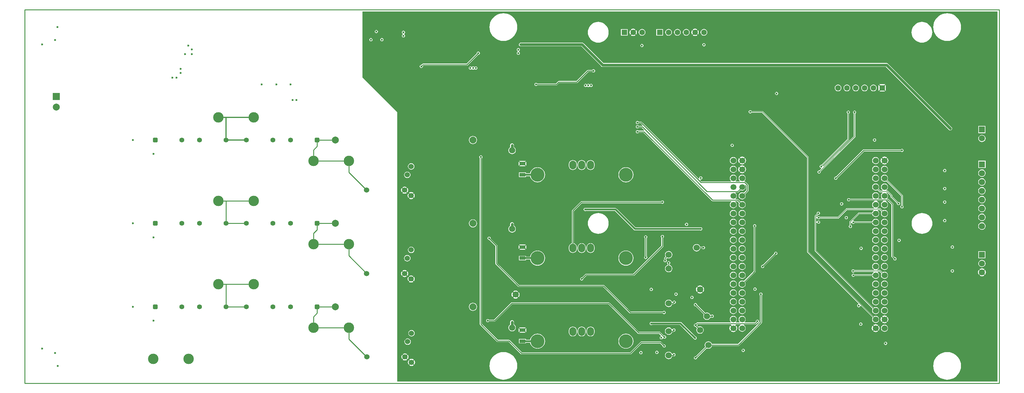
<source format=gbl>
G04 Layer_Physical_Order=4*
G04 Layer_Color=11796480*
%FSLAX43Y43*%
%MOMM*%
G71*
G01*
G75*
%ADD21C,2.000*%
%ADD23R,1.700X1.000*%
%ADD30C,0.250*%
%ADD32C,0.500*%
%ADD33C,0.200*%
%ADD34C,0.150*%
%ADD35C,0.750*%
%ADD36C,0.300*%
%ADD38C,0.254*%
%ADD39O,2.000X2.500*%
%ADD40C,3.000*%
%ADD41C,1.600*%
%ADD42R,1.600X1.600*%
%ADD43C,1.524*%
%ADD46C,1.700*%
%ADD47C,1.750*%
%ADD48R,1.750X1.750*%
%ADD49C,4.000*%
%ADD50R,2.000X2.000*%
%ADD51C,1.800*%
%ADD52R,1.800X1.800*%
%ADD53C,1.400*%
G04:AMPARAMS|DCode=54|XSize=1.4mm|YSize=1.4mm|CornerRadius=0.35mm|HoleSize=0mm|Usage=FLASHONLY|Rotation=180.000|XOffset=0mm|YOffset=0mm|HoleType=Round|Shape=RoundedRectangle|*
%AMROUNDEDRECTD54*
21,1,1.400,0.700,0,0,180.0*
21,1,0.700,1.400,0,0,180.0*
1,1,0.700,-0.350,0.350*
1,1,0.700,0.350,0.350*
1,1,0.700,0.350,-0.350*
1,1,0.700,-0.350,-0.350*
%
%ADD54ROUNDEDRECTD54*%
%ADD55C,0.600*%
G36*
X279500Y500D02*
X107000D01*
Y78000D01*
X97000Y88000D01*
Y107000D01*
X279500D01*
Y500D01*
D02*
G37*
%LPC*%
G36*
X203560Y32089D02*
X203299Y32054D01*
X203056Y31953D01*
X202847Y31793D01*
X202686Y31584D01*
X202586Y31341D01*
X202551Y31080D01*
X202586Y30819D01*
X202686Y30576D01*
X202847Y30367D01*
X203056Y30206D01*
X203299Y30106D01*
X203560Y30071D01*
X203821Y30106D01*
X204064Y30206D01*
X204273Y30367D01*
X204433Y30576D01*
X204534Y30819D01*
X204569Y31080D01*
X204534Y31341D01*
X204433Y31584D01*
X204273Y31793D01*
X204064Y31953D01*
X203821Y32054D01*
X203560Y32089D01*
D02*
G37*
G36*
X206100D02*
X205839Y32054D01*
X205596Y31953D01*
X205387Y31793D01*
X205227Y31584D01*
X205126Y31341D01*
X205091Y31080D01*
X205126Y30819D01*
X205227Y30576D01*
X205387Y30367D01*
X205596Y30206D01*
X205839Y30106D01*
X206100Y30071D01*
X206361Y30106D01*
X206604Y30206D01*
X206813Y30367D01*
X206973Y30576D01*
X207074Y30819D01*
X207109Y31080D01*
X207074Y31341D01*
X206973Y31584D01*
X206813Y31793D01*
X206604Y31953D01*
X206361Y32054D01*
X206100Y32089D01*
D02*
G37*
G36*
X111000Y31025D02*
X110735Y30990D01*
X110488Y30887D01*
X110377Y30803D01*
X111000Y30180D01*
X111623Y30803D01*
X111512Y30887D01*
X111265Y30990D01*
X111000Y31025D01*
D02*
G37*
G36*
X209700Y45759D02*
X209524Y45724D01*
X209376Y45624D01*
X209276Y45476D01*
X209241Y45300D01*
X209276Y45124D01*
X209376Y44976D01*
X209420Y44946D01*
Y32256D01*
X206585Y29421D01*
X206361Y29514D01*
X206100Y29549D01*
X205839Y29514D01*
X205596Y29413D01*
X205387Y29253D01*
X205227Y29044D01*
X205126Y28801D01*
X205091Y28540D01*
X205126Y28279D01*
X205227Y28036D01*
X205387Y27827D01*
X205596Y27667D01*
X205839Y27566D01*
X206100Y27531D01*
X206361Y27566D01*
X206604Y27667D01*
X206813Y27827D01*
X206973Y28036D01*
X207074Y28279D01*
X207109Y28540D01*
X207074Y28801D01*
X206982Y29025D01*
X209898Y31942D01*
X209959Y32033D01*
X209980Y32140D01*
Y44946D01*
X210024Y44976D01*
X210124Y45124D01*
X210159Y45300D01*
X210124Y45476D01*
X210024Y45624D01*
X209876Y45724D01*
X209700Y45759D01*
D02*
G37*
G36*
X111000Y29820D02*
X110377Y29197D01*
X110488Y29113D01*
X110735Y29010D01*
X111000Y28975D01*
X111265Y29010D01*
X111512Y29113D01*
X111623Y29197D01*
X111000Y29820D01*
D02*
G37*
G36*
X111803Y30623D02*
X111180Y30000D01*
X111803Y29377D01*
X111887Y29488D01*
X111990Y29735D01*
X112025Y30000D01*
X111990Y30265D01*
X111887Y30512D01*
X111803Y30623D01*
D02*
G37*
G36*
X110197Y30623D02*
X110113Y30512D01*
X110010Y30265D01*
X109975Y30000D01*
X110010Y29735D01*
X110113Y29488D01*
X110197Y29377D01*
X110820Y30000D01*
X110197Y30623D01*
D02*
G37*
G36*
X183175Y42684D02*
X182999Y42649D01*
X182851Y42549D01*
X182751Y42401D01*
X182716Y42225D01*
X182751Y42049D01*
X182851Y41901D01*
X182895Y41871D01*
Y39591D01*
X174784Y31480D01*
X161200D01*
X161093Y31459D01*
X161002Y31398D01*
X160052Y30448D01*
X160000Y30459D01*
X159824Y30424D01*
X159676Y30324D01*
X159576Y30176D01*
X159541Y30000D01*
X159576Y29824D01*
X159676Y29676D01*
X159824Y29576D01*
X160000Y29541D01*
X160176Y29576D01*
X160324Y29676D01*
X160424Y29824D01*
X160459Y30000D01*
X160448Y30052D01*
X161316Y30920D01*
X174900D01*
X175007Y30941D01*
X175098Y31002D01*
X183373Y39277D01*
X183434Y39368D01*
X183455Y39475D01*
Y41871D01*
X183499Y41901D01*
X183599Y42049D01*
X183634Y42225D01*
X183599Y42401D01*
X183499Y42549D01*
X183351Y42649D01*
X183175Y42684D01*
D02*
G37*
G36*
X274117Y32624D02*
X274014Y32489D01*
X273900Y32215D01*
X273861Y31920D01*
X273900Y31625D01*
X274014Y31351D01*
X274117Y31216D01*
X274820Y31920D01*
X274117Y32624D01*
D02*
G37*
G36*
X275883Y32624D02*
X275180Y31920D01*
X275883Y31216D01*
X275986Y31351D01*
X276100Y31625D01*
X276139Y31920D01*
X276100Y32215D01*
X275986Y32489D01*
X275883Y32624D01*
D02*
G37*
G36*
X109120Y32595D02*
X108855Y32560D01*
X108608Y32457D01*
X108497Y32373D01*
X109120Y31750D01*
X109743Y32373D01*
X109632Y32457D01*
X109385Y32560D01*
X109120Y32595D01*
D02*
G37*
G36*
X108317Y32193D02*
X108233Y32082D01*
X108130Y31835D01*
X108095Y31570D01*
X108130Y31305D01*
X108233Y31058D01*
X108317Y30947D01*
X108940Y31570D01*
X108317Y32193D01*
D02*
G37*
G36*
X109120Y31390D02*
X108497Y30767D01*
X108608Y30683D01*
X108855Y30580D01*
X109120Y30545D01*
X109385Y30580D01*
X109632Y30683D01*
X109743Y30767D01*
X109120Y31390D01*
D02*
G37*
G36*
X275000Y31740D02*
X274296Y31037D01*
X274431Y30934D01*
X274705Y30820D01*
X275000Y30781D01*
X275295Y30820D01*
X275569Y30934D01*
X275704Y31037D01*
X275000Y31740D01*
D02*
G37*
G36*
X109923Y32193D02*
X109300Y31570D01*
X109923Y30947D01*
X110007Y31058D01*
X110110Y31305D01*
X110145Y31570D01*
X110110Y31835D01*
X110007Y32082D01*
X109923Y32193D01*
D02*
G37*
G36*
X187100Y26059D02*
X186924Y26024D01*
X186776Y25924D01*
X186676Y25776D01*
X186641Y25600D01*
X186676Y25424D01*
X186776Y25276D01*
X186924Y25176D01*
X187100Y25141D01*
X187276Y25176D01*
X187424Y25276D01*
X187524Y25424D01*
X187559Y25600D01*
X187524Y25776D01*
X187424Y25924D01*
X187276Y26024D01*
X187100Y26059D01*
D02*
G37*
G36*
X141000Y26664D02*
X140699Y26624D01*
X140418Y26508D01*
X140279Y26401D01*
X141000Y25680D01*
X141721Y26401D01*
X141582Y26508D01*
X141301Y26624D01*
X141000Y26664D01*
D02*
G37*
G36*
X194000Y26820D02*
X193279Y26099D01*
X193418Y25992D01*
X193699Y25876D01*
X194000Y25836D01*
X194301Y25876D01*
X194582Y25992D01*
X194721Y26099D01*
X194000Y26820D01*
D02*
G37*
G36*
X247000Y27009D02*
X246739Y26974D01*
X246496Y26873D01*
X246287Y26713D01*
X246126Y26504D01*
X246026Y26261D01*
X245991Y26000D01*
X246026Y25739D01*
X246126Y25496D01*
X246287Y25287D01*
X246496Y25126D01*
X246739Y25026D01*
X247000Y24991D01*
X247261Y25026D01*
X247504Y25126D01*
X247713Y25287D01*
X247873Y25496D01*
X247974Y25739D01*
X248009Y26000D01*
X247974Y26261D01*
X247873Y26504D01*
X247713Y26713D01*
X247504Y26873D01*
X247261Y26974D01*
X247000Y27009D01*
D02*
G37*
G36*
X203560D02*
X203299Y26974D01*
X203056Y26873D01*
X202847Y26713D01*
X202686Y26504D01*
X202586Y26261D01*
X202551Y26000D01*
X202586Y25739D01*
X202686Y25496D01*
X202847Y25287D01*
X203056Y25126D01*
X203299Y25026D01*
X203560Y24991D01*
X203821Y25026D01*
X204064Y25126D01*
X204273Y25287D01*
X204433Y25496D01*
X204534Y25739D01*
X204569Y26000D01*
X204534Y26261D01*
X204433Y26504D01*
X204273Y26713D01*
X204064Y26873D01*
X203821Y26974D01*
X203560Y27009D01*
D02*
G37*
G36*
X206100D02*
X205839Y26974D01*
X205596Y26873D01*
X205387Y26713D01*
X205227Y26504D01*
X205126Y26261D01*
X205091Y26000D01*
X205126Y25739D01*
X205227Y25496D01*
X205387Y25287D01*
X205596Y25126D01*
X205839Y25026D01*
X206100Y24991D01*
X206361Y25026D01*
X206604Y25126D01*
X206813Y25287D01*
X206973Y25496D01*
X207074Y25739D01*
X207109Y26000D01*
X207074Y26261D01*
X206973Y26504D01*
X206813Y26713D01*
X206604Y26873D01*
X206361Y26974D01*
X206100Y27009D01*
D02*
G37*
G36*
X244460D02*
X244199Y26974D01*
X243956Y26873D01*
X243747Y26713D01*
X243587Y26504D01*
X243486Y26261D01*
X243451Y26000D01*
X243486Y25739D01*
X243587Y25496D01*
X243747Y25287D01*
X243956Y25126D01*
X244199Y25026D01*
X244460Y24991D01*
X244721Y25026D01*
X244964Y25126D01*
X245173Y25287D01*
X245333Y25496D01*
X245434Y25739D01*
X245469Y26000D01*
X245434Y26261D01*
X245333Y26504D01*
X245173Y26713D01*
X244964Y26873D01*
X244721Y26974D01*
X244460Y27009D01*
D02*
G37*
G36*
X193099Y27721D02*
X192992Y27582D01*
X192876Y27301D01*
X192836Y27000D01*
X192876Y26699D01*
X192992Y26418D01*
X193099Y26279D01*
X193820Y27000D01*
X193099Y27721D01*
D02*
G37*
G36*
X203560Y29549D02*
X203299Y29514D01*
X203056Y29413D01*
X202847Y29253D01*
X202686Y29044D01*
X202586Y28801D01*
X202551Y28540D01*
X202586Y28279D01*
X202686Y28036D01*
X202847Y27827D01*
X203056Y27667D01*
X203299Y27566D01*
X203560Y27531D01*
X203821Y27566D01*
X204064Y27667D01*
X204273Y27827D01*
X204433Y28036D01*
X204534Y28279D01*
X204569Y28540D01*
X204534Y28801D01*
X204433Y29044D01*
X204273Y29253D01*
X204064Y29413D01*
X203821Y29514D01*
X203560Y29549D01*
D02*
G37*
G36*
X244460D02*
X244199Y29514D01*
X243956Y29413D01*
X243747Y29253D01*
X243587Y29044D01*
X243486Y28801D01*
X243451Y28540D01*
X243486Y28279D01*
X243587Y28036D01*
X243747Y27827D01*
X243956Y27667D01*
X244199Y27566D01*
X244460Y27531D01*
X244721Y27566D01*
X244964Y27667D01*
X245173Y27827D01*
X245333Y28036D01*
X245434Y28279D01*
X245469Y28540D01*
X245434Y28801D01*
X245333Y29044D01*
X245173Y29253D01*
X244964Y29413D01*
X244721Y29514D01*
X244460Y29549D01*
D02*
G37*
G36*
X247000D02*
X246739Y29514D01*
X246496Y29413D01*
X246287Y29253D01*
X246126Y29044D01*
X246026Y28801D01*
X245991Y28540D01*
X246026Y28279D01*
X246126Y28036D01*
X246287Y27827D01*
X246496Y27667D01*
X246739Y27566D01*
X247000Y27531D01*
X247261Y27566D01*
X247504Y27667D01*
X247713Y27827D01*
X247873Y28036D01*
X247974Y28279D01*
X248009Y28540D01*
X247974Y28801D01*
X247873Y29044D01*
X247713Y29253D01*
X247504Y29413D01*
X247261Y29514D01*
X247000Y29549D01*
D02*
G37*
G36*
X194000Y28164D02*
X193699Y28124D01*
X193418Y28008D01*
X193279Y27901D01*
X194000Y27180D01*
X194721Y27901D01*
X194582Y28008D01*
X194301Y28124D01*
X194000Y28164D01*
D02*
G37*
G36*
X194901Y27721D02*
X194180Y27000D01*
X194901Y26279D01*
X195008Y26418D01*
X195124Y26699D01*
X195164Y27000D01*
X195124Y27301D01*
X195008Y27582D01*
X194901Y27721D01*
D02*
G37*
G36*
X180000Y27459D02*
X179824Y27424D01*
X179676Y27324D01*
X179576Y27176D01*
X179541Y27000D01*
X179576Y26824D01*
X179676Y26676D01*
X179824Y26576D01*
X180000Y26541D01*
X180176Y26576D01*
X180324Y26676D01*
X180424Y26824D01*
X180459Y27000D01*
X180424Y27176D01*
X180324Y27324D01*
X180176Y27424D01*
X180000Y27459D01*
D02*
G37*
G36*
X209800Y27559D02*
X209624Y27524D01*
X209476Y27424D01*
X209376Y27276D01*
X209341Y27100D01*
X209376Y26924D01*
X209476Y26776D01*
X209624Y26676D01*
X209800Y26641D01*
X209976Y26676D01*
X210124Y26776D01*
X210224Y26924D01*
X210259Y27100D01*
X210224Y27276D01*
X210124Y27424D01*
X209976Y27524D01*
X209800Y27559D01*
D02*
G37*
G36*
X266500Y32759D02*
X266324Y32724D01*
X266176Y32624D01*
X266076Y32476D01*
X266041Y32300D01*
X266076Y32124D01*
X266176Y31976D01*
X266324Y31876D01*
X266500Y31841D01*
X266676Y31876D01*
X266824Y31976D01*
X266924Y32124D01*
X266959Y32300D01*
X266924Y32476D01*
X266824Y32624D01*
X266676Y32724D01*
X266500Y32759D01*
D02*
G37*
G36*
X160000Y40310D02*
X159700Y40270D01*
X159420Y40155D01*
X159180Y39970D01*
X158995Y39730D01*
X158880Y39450D01*
X158840Y39150D01*
Y38650D01*
X158880Y38350D01*
X158995Y38070D01*
X159180Y37830D01*
X159420Y37645D01*
X159700Y37530D01*
X160000Y37490D01*
X160300Y37530D01*
X160580Y37645D01*
X160820Y37830D01*
X161005Y38070D01*
X161120Y38350D01*
X161160Y38650D01*
Y39150D01*
X161120Y39450D01*
X161005Y39730D01*
X160820Y39970D01*
X160580Y40155D01*
X160300Y40270D01*
X160000Y40310D01*
D02*
G37*
G36*
X162550D02*
X162250Y40270D01*
X161970Y40155D01*
X161730Y39970D01*
X161545Y39730D01*
X161430Y39450D01*
X161390Y39150D01*
Y38650D01*
X161430Y38350D01*
X161545Y38070D01*
X161730Y37830D01*
X161970Y37645D01*
X162250Y37530D01*
X162550Y37490D01*
X162850Y37530D01*
X163130Y37645D01*
X163370Y37830D01*
X163555Y38070D01*
X163670Y38350D01*
X163710Y38650D01*
Y39150D01*
X163670Y39450D01*
X163555Y39730D01*
X163370Y39970D01*
X163130Y40155D01*
X162850Y40270D01*
X162550Y40310D01*
D02*
G37*
G36*
X203560Y39709D02*
X203299Y39674D01*
X203056Y39573D01*
X202847Y39413D01*
X202686Y39204D01*
X202586Y38961D01*
X202551Y38700D01*
X202586Y38439D01*
X202686Y38196D01*
X202847Y37987D01*
X203056Y37826D01*
X203299Y37726D01*
X203560Y37691D01*
X203821Y37726D01*
X204064Y37826D01*
X204273Y37987D01*
X204433Y38196D01*
X204534Y38439D01*
X204569Y38700D01*
X204534Y38961D01*
X204433Y39204D01*
X204273Y39413D01*
X204064Y39573D01*
X203821Y39674D01*
X203560Y39709D01*
D02*
G37*
G36*
X111000Y39300D02*
X110762Y39269D01*
X110540Y39177D01*
X110350Y39030D01*
X110203Y38840D01*
X110111Y38618D01*
X110080Y38380D01*
X110111Y38142D01*
X110203Y37920D01*
X110350Y37730D01*
X110540Y37583D01*
X110762Y37491D01*
X111000Y37460D01*
X111238Y37491D01*
X111460Y37583D01*
X111650Y37730D01*
X111797Y37920D01*
X111889Y38142D01*
X111920Y38380D01*
X111889Y38618D01*
X111797Y38840D01*
X111650Y39030D01*
X111460Y39177D01*
X111238Y39269D01*
X111000Y39300D01*
D02*
G37*
G36*
X276025Y38025D02*
X273975D01*
Y35975D01*
X276025D01*
Y38025D01*
D02*
G37*
G36*
X147300Y38160D02*
X146879Y38119D01*
X146473Y37996D01*
X146100Y37796D01*
X145772Y37528D01*
X145504Y37200D01*
X145304Y36827D01*
X145181Y36421D01*
X145180Y36408D01*
X144000D01*
Y36650D01*
X142000D01*
Y35350D01*
X144000D01*
Y35592D01*
X145180D01*
X145181Y35579D01*
X145304Y35173D01*
X145504Y34800D01*
X145772Y34472D01*
X146100Y34204D01*
X146473Y34004D01*
X146879Y33881D01*
X147300Y33840D01*
X147721Y33881D01*
X148127Y34004D01*
X148500Y34204D01*
X148828Y34472D01*
X149096Y34800D01*
X149296Y35173D01*
X149419Y35579D01*
X149460Y36000D01*
X149419Y36421D01*
X149296Y36827D01*
X149096Y37200D01*
X148828Y37528D01*
X148500Y37796D01*
X148127Y37996D01*
X147721Y38119D01*
X147300Y38160D01*
D02*
G37*
G36*
X215760Y37859D02*
X215584Y37824D01*
X215436Y37724D01*
X215336Y37576D01*
X215301Y37400D01*
X215312Y37348D01*
X212032Y34068D01*
X211980Y34079D01*
X211804Y34044D01*
X211656Y33944D01*
X211556Y33796D01*
X211521Y33620D01*
X211556Y33444D01*
X211656Y33296D01*
X211804Y33196D01*
X211980Y33161D01*
X212156Y33196D01*
X212304Y33296D01*
X212404Y33444D01*
X212439Y33620D01*
X212428Y33672D01*
X215708Y36952D01*
X215760Y36941D01*
X215936Y36976D01*
X216084Y37076D01*
X216184Y37224D01*
X216219Y37400D01*
X216184Y37576D01*
X216084Y37724D01*
X215936Y37824D01*
X215760Y37859D01*
D02*
G37*
G36*
X206100Y39709D02*
X205839Y39674D01*
X205596Y39573D01*
X205387Y39413D01*
X205227Y39204D01*
X205126Y38961D01*
X205091Y38700D01*
X205126Y38439D01*
X205227Y38196D01*
X205387Y37987D01*
X205596Y37826D01*
X205839Y37726D01*
X206100Y37691D01*
X206361Y37726D01*
X206604Y37826D01*
X206813Y37987D01*
X206973Y38196D01*
X207074Y38439D01*
X207109Y38700D01*
X207074Y38961D01*
X206973Y39204D01*
X206813Y39413D01*
X206604Y39573D01*
X206361Y39674D01*
X206100Y39709D01*
D02*
G37*
G36*
X193000Y40059D02*
X192726Y40023D01*
X192470Y39917D01*
X192251Y39749D01*
X192083Y39530D01*
X191977Y39274D01*
X191941Y39000D01*
X191977Y38726D01*
X192083Y38470D01*
X192251Y38251D01*
X192470Y38083D01*
X192726Y37977D01*
X193000Y37941D01*
X193274Y37977D01*
X193530Y38083D01*
X193749Y38251D01*
X193917Y38470D01*
X194020Y38720D01*
X194646D01*
X194676Y38676D01*
X194824Y38576D01*
X195000Y38541D01*
X195176Y38576D01*
X195324Y38676D01*
X195424Y38824D01*
X195459Y39000D01*
X195424Y39176D01*
X195324Y39324D01*
X195176Y39424D01*
X195000Y39459D01*
X194824Y39424D01*
X194676Y39324D01*
X194646Y39280D01*
X194020D01*
X193917Y39530D01*
X193749Y39749D01*
X193530Y39917D01*
X193274Y40023D01*
X193000Y40059D01*
D02*
G37*
G36*
X144104Y39774D02*
X143530Y39200D01*
X144104Y38626D01*
Y39774D01*
D02*
G37*
G36*
X141896Y39774D02*
Y38626D01*
X142470Y39200D01*
X141896Y39774D01*
D02*
G37*
G36*
X143924Y39954D02*
X142076D01*
X142740Y39290D01*
X142650Y39200D01*
X142740Y39110D01*
X142076Y38446D01*
X143924D01*
X143260Y39110D01*
X143350Y39200D01*
X143260Y39290D01*
X143924Y39954D01*
D02*
G37*
G36*
X244460Y39709D02*
X244199Y39674D01*
X243956Y39573D01*
X243747Y39413D01*
X243587Y39204D01*
X243486Y38961D01*
X243451Y38700D01*
X243486Y38439D01*
X243587Y38196D01*
X243747Y37987D01*
X243956Y37826D01*
X244199Y37726D01*
X244460Y37691D01*
X244721Y37726D01*
X244964Y37826D01*
X245173Y37987D01*
X245333Y38196D01*
X245434Y38439D01*
X245469Y38700D01*
X245434Y38961D01*
X245333Y39204D01*
X245173Y39413D01*
X244964Y39573D01*
X244721Y39674D01*
X244460Y39709D01*
D02*
G37*
G36*
X247000D02*
X246739Y39674D01*
X246496Y39573D01*
X246287Y39413D01*
X246126Y39204D01*
X246026Y38961D01*
X245991Y38700D01*
X246026Y38439D01*
X246126Y38196D01*
X246287Y37987D01*
X246496Y37826D01*
X246739Y37726D01*
X247000Y37691D01*
X247261Y37726D01*
X247504Y37826D01*
X247713Y37987D01*
X247873Y38196D01*
X247974Y38439D01*
X248009Y38700D01*
X247974Y38961D01*
X247873Y39204D01*
X247713Y39413D01*
X247504Y39573D01*
X247261Y39674D01*
X247000Y39709D01*
D02*
G37*
G36*
X240300Y39259D02*
X240124Y39224D01*
X239976Y39124D01*
X239876Y38976D01*
X239841Y38800D01*
X239876Y38624D01*
X239976Y38476D01*
X240124Y38376D01*
X240300Y38341D01*
X240476Y38376D01*
X240624Y38476D01*
X240724Y38624D01*
X240759Y38800D01*
X240724Y38976D01*
X240624Y39124D01*
X240476Y39224D01*
X240300Y39259D01*
D02*
G37*
G36*
X206100Y34629D02*
X205839Y34594D01*
X205596Y34493D01*
X205387Y34333D01*
X205227Y34124D01*
X205126Y33881D01*
X205091Y33620D01*
X205126Y33359D01*
X205227Y33116D01*
X205387Y32907D01*
X205596Y32746D01*
X205839Y32646D01*
X206100Y32611D01*
X206361Y32646D01*
X206604Y32746D01*
X206813Y32907D01*
X206973Y33116D01*
X207074Y33359D01*
X207109Y33620D01*
X207074Y33881D01*
X206973Y34124D01*
X206813Y34333D01*
X206604Y34493D01*
X206361Y34594D01*
X206100Y34629D01*
D02*
G37*
G36*
X247000D02*
X246739Y34594D01*
X246496Y34493D01*
X246287Y34333D01*
X246126Y34124D01*
X246026Y33881D01*
X245991Y33620D01*
X246026Y33359D01*
X246126Y33116D01*
X246287Y32907D01*
X246496Y32746D01*
X246739Y32646D01*
X247000Y32611D01*
X247261Y32646D01*
X247504Y32746D01*
X247713Y32907D01*
X247873Y33116D01*
X247974Y33359D01*
X248009Y33620D01*
X247974Y33881D01*
X247873Y34124D01*
X247713Y34333D01*
X247504Y34493D01*
X247261Y34594D01*
X247000Y34629D01*
D02*
G37*
G36*
X275000Y35494D02*
X274732Y35459D01*
X274483Y35355D01*
X274269Y35191D01*
X274105Y34977D01*
X274001Y34728D01*
X273966Y34460D01*
X274001Y34192D01*
X274105Y33943D01*
X274269Y33729D01*
X274483Y33565D01*
X274732Y33461D01*
X275000Y33426D01*
X275268Y33461D01*
X275517Y33565D01*
X275731Y33729D01*
X275895Y33943D01*
X275999Y34192D01*
X276034Y34460D01*
X275999Y34728D01*
X275895Y34977D01*
X275731Y35191D01*
X275517Y35355D01*
X275268Y35459D01*
X275000Y35494D01*
D02*
G37*
G36*
X203560Y34629D02*
X203299Y34594D01*
X203056Y34493D01*
X202847Y34333D01*
X202686Y34124D01*
X202586Y33881D01*
X202551Y33620D01*
X202586Y33359D01*
X202686Y33116D01*
X202847Y32907D01*
X203056Y32746D01*
X203299Y32646D01*
X203560Y32611D01*
X203821Y32646D01*
X204064Y32746D01*
X204273Y32907D01*
X204433Y33116D01*
X204534Y33359D01*
X204569Y33620D01*
X204534Y33881D01*
X204433Y34124D01*
X204273Y34333D01*
X204064Y34493D01*
X203821Y34594D01*
X203560Y34629D01*
D02*
G37*
G36*
X185000Y35109D02*
X184824Y35074D01*
X184676Y34974D01*
X184576Y34826D01*
X184541Y34650D01*
X184576Y34474D01*
X184676Y34326D01*
X184720Y34296D01*
Y34020D01*
X184470Y33917D01*
X184251Y33749D01*
X184083Y33530D01*
X183977Y33274D01*
X183941Y33000D01*
X183977Y32726D01*
X184083Y32470D01*
X184251Y32251D01*
X184470Y32083D01*
X184726Y31977D01*
X185000Y31941D01*
X185274Y31977D01*
X185530Y32083D01*
X185749Y32251D01*
X185917Y32470D01*
X186023Y32726D01*
X186059Y33000D01*
X186023Y33274D01*
X185917Y33530D01*
X185749Y33749D01*
X185530Y33917D01*
X185280Y34020D01*
Y34296D01*
X185324Y34326D01*
X185424Y34474D01*
X185459Y34650D01*
X185424Y34826D01*
X185324Y34974D01*
X185176Y35074D01*
X185000Y35109D01*
D02*
G37*
G36*
X275000Y33059D02*
X274705Y33020D01*
X274431Y32906D01*
X274296Y32803D01*
X275000Y32100D01*
X275704Y32803D01*
X275569Y32906D01*
X275295Y33020D01*
X275000Y33059D01*
D02*
G37*
G36*
X244460Y34629D02*
X244199Y34594D01*
X243956Y34493D01*
X243747Y34333D01*
X243587Y34124D01*
X243486Y33881D01*
X243451Y33620D01*
X243486Y33359D01*
X243587Y33116D01*
X243747Y32907D01*
X243956Y32746D01*
X244057Y32704D01*
X244023Y32529D01*
X238388D01*
X238324Y32624D01*
X238176Y32724D01*
X238000Y32759D01*
X237824Y32724D01*
X237676Y32624D01*
X237576Y32476D01*
X237541Y32300D01*
X237576Y32124D01*
X237676Y31976D01*
X237824Y31876D01*
X238000Y31841D01*
X238176Y31876D01*
X238324Y31976D01*
X238388Y32071D01*
X243821D01*
X243880Y31896D01*
X243747Y31793D01*
X243587Y31584D01*
X243486Y31341D01*
X243482Y31309D01*
X238408D01*
X238344Y31404D01*
X238196Y31504D01*
X238020Y31539D01*
X237844Y31504D01*
X237696Y31404D01*
X237596Y31256D01*
X237561Y31080D01*
X237596Y30904D01*
X237696Y30756D01*
X237844Y30656D01*
X238020Y30621D01*
X238196Y30656D01*
X238344Y30756D01*
X238408Y30851D01*
X243482D01*
X243486Y30819D01*
X243587Y30576D01*
X243747Y30367D01*
X243956Y30206D01*
X244199Y30106D01*
X244460Y30071D01*
X244721Y30106D01*
X244964Y30206D01*
X245173Y30367D01*
X245333Y30576D01*
X245434Y30819D01*
X245469Y31080D01*
X245434Y31341D01*
X245333Y31584D01*
X245173Y31793D01*
X245040Y31896D01*
X245099Y32071D01*
X245685D01*
X246146Y31610D01*
X246126Y31584D01*
X246026Y31341D01*
X245991Y31080D01*
X246026Y30819D01*
X246126Y30576D01*
X246287Y30367D01*
X246496Y30206D01*
X246739Y30106D01*
X247000Y30071D01*
X247261Y30106D01*
X247504Y30206D01*
X247713Y30367D01*
X247873Y30576D01*
X247974Y30819D01*
X248009Y31080D01*
X247974Y31341D01*
X247873Y31584D01*
X247713Y31793D01*
X247504Y31953D01*
X247261Y32054D01*
X247000Y32089D01*
X246739Y32054D01*
X246496Y31953D01*
X246470Y31934D01*
X245942Y32462D01*
X245868Y32512D01*
X245780Y32529D01*
X244897D01*
X244863Y32704D01*
X244964Y32746D01*
X245173Y32907D01*
X245333Y33116D01*
X245434Y33359D01*
X245469Y33620D01*
X245434Y33881D01*
X245333Y34124D01*
X245173Y34333D01*
X244964Y34493D01*
X244721Y34594D01*
X244460Y34629D01*
D02*
G37*
G36*
X172700Y38160D02*
X172279Y38119D01*
X171873Y37996D01*
X171500Y37796D01*
X171172Y37528D01*
X170904Y37200D01*
X170704Y36827D01*
X170581Y36421D01*
X170540Y36000D01*
X170581Y35579D01*
X170704Y35173D01*
X170904Y34800D01*
X171172Y34472D01*
X171500Y34204D01*
X171873Y34004D01*
X172279Y33881D01*
X172700Y33840D01*
X173121Y33881D01*
X173527Y34004D01*
X173900Y34204D01*
X174228Y34472D01*
X174496Y34800D01*
X174696Y35173D01*
X174819Y35579D01*
X174860Y36000D01*
X174819Y36421D01*
X174696Y36827D01*
X174496Y37200D01*
X174228Y37528D01*
X173900Y37796D01*
X173527Y37996D01*
X173121Y38119D01*
X172700Y38160D01*
D02*
G37*
G36*
X247000Y37169D02*
X246739Y37134D01*
X246496Y37033D01*
X246287Y36873D01*
X246126Y36664D01*
X246026Y36421D01*
X245991Y36160D01*
X246026Y35899D01*
X246126Y35656D01*
X246287Y35447D01*
X246496Y35286D01*
X246739Y35186D01*
X247000Y35151D01*
X247261Y35186D01*
X247504Y35286D01*
X247713Y35447D01*
X247873Y35656D01*
X247974Y35899D01*
X248009Y36160D01*
X247974Y36421D01*
X247873Y36664D01*
X247713Y36873D01*
X247504Y37033D01*
X247261Y37134D01*
X247000Y37169D01*
D02*
G37*
G36*
X178400Y42559D02*
X178224Y42524D01*
X178076Y42424D01*
X177976Y42276D01*
X177941Y42100D01*
X177976Y41924D01*
X178076Y41776D01*
X178120Y41746D01*
Y36554D01*
X178076Y36524D01*
X177976Y36376D01*
X177941Y36200D01*
X177976Y36024D01*
X178076Y35876D01*
X178224Y35776D01*
X178400Y35741D01*
X178576Y35776D01*
X178724Y35876D01*
X178824Y36024D01*
X178859Y36200D01*
X178824Y36376D01*
X178724Y36524D01*
X178680Y36554D01*
Y41746D01*
X178724Y41776D01*
X178824Y41924D01*
X178859Y42100D01*
X178824Y42276D01*
X178724Y42424D01*
X178576Y42524D01*
X178400Y42559D01*
D02*
G37*
G36*
X185000Y38059D02*
X184726Y38023D01*
X184470Y37917D01*
X184251Y37749D01*
X184083Y37530D01*
X183977Y37274D01*
X183941Y37000D01*
X183977Y36726D01*
X184080Y36477D01*
X183802Y36198D01*
X183741Y36107D01*
X183720Y36000D01*
Y35654D01*
X183676Y35624D01*
X183576Y35476D01*
X183541Y35300D01*
X183576Y35124D01*
X183676Y34976D01*
X183824Y34876D01*
X184000Y34841D01*
X184176Y34876D01*
X184324Y34976D01*
X184424Y35124D01*
X184459Y35300D01*
X184424Y35476D01*
X184324Y35624D01*
X184280Y35654D01*
Y35884D01*
X184477Y36080D01*
X184726Y35977D01*
X185000Y35941D01*
X185274Y35977D01*
X185530Y36083D01*
X185749Y36251D01*
X185917Y36470D01*
X186023Y36726D01*
X186059Y37000D01*
X186023Y37274D01*
X185917Y37530D01*
X185749Y37749D01*
X185530Y37917D01*
X185274Y38023D01*
X185000Y38059D01*
D02*
G37*
G36*
X244460Y37169D02*
X244199Y37134D01*
X243956Y37033D01*
X243747Y36873D01*
X243587Y36664D01*
X243486Y36421D01*
X243451Y36160D01*
X243486Y35899D01*
X243587Y35656D01*
X243747Y35447D01*
X243956Y35286D01*
X244199Y35186D01*
X244460Y35151D01*
X244721Y35186D01*
X244964Y35286D01*
X245173Y35447D01*
X245333Y35656D01*
X245434Y35899D01*
X245469Y36160D01*
X245434Y36421D01*
X245333Y36664D01*
X245173Y36873D01*
X244964Y37033D01*
X244721Y37134D01*
X244460Y37169D01*
D02*
G37*
G36*
X109880Y36890D02*
X109642Y36859D01*
X109420Y36767D01*
X109230Y36620D01*
X109083Y36430D01*
X108991Y36208D01*
X108960Y35970D01*
X108991Y35732D01*
X109083Y35510D01*
X109230Y35320D01*
X109420Y35173D01*
X109642Y35081D01*
X109880Y35050D01*
X110118Y35081D01*
X110340Y35173D01*
X110530Y35320D01*
X110677Y35510D01*
X110769Y35732D01*
X110800Y35970D01*
X110769Y36208D01*
X110677Y36430D01*
X110530Y36620D01*
X110340Y36767D01*
X110118Y36859D01*
X109880Y36890D01*
D02*
G37*
G36*
X203560Y37169D02*
X203299Y37134D01*
X203056Y37033D01*
X202847Y36873D01*
X202686Y36664D01*
X202586Y36421D01*
X202551Y36160D01*
X202586Y35899D01*
X202686Y35656D01*
X202847Y35447D01*
X203056Y35286D01*
X203299Y35186D01*
X203560Y35151D01*
X203821Y35186D01*
X204064Y35286D01*
X204273Y35447D01*
X204433Y35656D01*
X204534Y35899D01*
X204569Y36160D01*
X204534Y36421D01*
X204433Y36664D01*
X204273Y36873D01*
X204064Y37033D01*
X203821Y37134D01*
X203560Y37169D01*
D02*
G37*
G36*
X206100D02*
X205839Y37134D01*
X205596Y37033D01*
X205387Y36873D01*
X205227Y36664D01*
X205126Y36421D01*
X205091Y36160D01*
X205126Y35899D01*
X205227Y35656D01*
X205387Y35447D01*
X205596Y35286D01*
X205839Y35186D01*
X206100Y35151D01*
X206361Y35186D01*
X206604Y35286D01*
X206813Y35447D01*
X206973Y35656D01*
X207074Y35899D01*
X207109Y36160D01*
X207074Y36421D01*
X206973Y36664D01*
X206813Y36873D01*
X206604Y37033D01*
X206361Y37134D01*
X206100Y37169D01*
D02*
G37*
G36*
X147300Y14260D02*
X146879Y14219D01*
X146473Y14096D01*
X146100Y13896D01*
X145772Y13628D01*
X145504Y13300D01*
X145304Y12927D01*
X145181Y12521D01*
X145180Y12508D01*
X144000D01*
Y12750D01*
X142000D01*
Y11450D01*
X144000D01*
Y11692D01*
X145180D01*
X145181Y11679D01*
X145304Y11273D01*
X145504Y10900D01*
X145772Y10572D01*
X146100Y10304D01*
X146473Y10104D01*
X146879Y9981D01*
X147300Y9940D01*
X147721Y9981D01*
X148127Y10104D01*
X148500Y10304D01*
X148828Y10572D01*
X149096Y10900D01*
X149296Y11273D01*
X149419Y11679D01*
X149460Y12100D01*
X149419Y12521D01*
X149296Y12927D01*
X149096Y13300D01*
X148828Y13628D01*
X148500Y13896D01*
X148127Y14096D01*
X147721Y14219D01*
X147300Y14260D01*
D02*
G37*
G36*
X180000Y17659D02*
X179824Y17624D01*
X179676Y17524D01*
X179576Y17376D01*
X179541Y17200D01*
X179576Y17024D01*
X179676Y16876D01*
X179824Y16776D01*
X180000Y16741D01*
X180176Y16776D01*
X180200Y16792D01*
X188231D01*
X192170Y12853D01*
X192176Y12824D01*
X192276Y12676D01*
X192424Y12576D01*
X192600Y12541D01*
X192776Y12576D01*
X192924Y12676D01*
X193024Y12824D01*
X193059Y13000D01*
X193024Y13176D01*
X192924Y13324D01*
X192776Y13424D01*
X192747Y13430D01*
X188688Y17488D01*
X188556Y17577D01*
X188400Y17608D01*
X188400Y17608D01*
X180200D01*
X180176Y17624D01*
X180000Y17659D01*
D02*
G37*
G36*
X167800Y23280D02*
X139900D01*
X139793Y23259D01*
X139702Y23198D01*
X134784Y18280D01*
X133354D01*
X133324Y18324D01*
X133176Y18424D01*
X133000Y18459D01*
X132824Y18424D01*
X132676Y18324D01*
X132576Y18176D01*
X132541Y18000D01*
X132576Y17824D01*
X132676Y17676D01*
X132824Y17576D01*
X133000Y17541D01*
X133176Y17576D01*
X133324Y17676D01*
X133354Y17720D01*
X134900D01*
X135007Y17741D01*
X135098Y17802D01*
X140016Y22720D01*
X167684D01*
X176102Y14302D01*
X176193Y14241D01*
X176300Y14220D01*
X182284D01*
X182788Y13715D01*
X182731Y13525D01*
X182724Y13524D01*
X182576Y13424D01*
X182476Y13276D01*
X182441Y13100D01*
X182476Y12924D01*
X182576Y12776D01*
X182724Y12676D01*
X182900Y12641D01*
X183076Y12676D01*
X183224Y12776D01*
X183312Y12906D01*
X183374Y12932D01*
X183508Y12954D01*
X183624Y12876D01*
X183800Y12841D01*
X183976Y12876D01*
X184124Y12976D01*
X184224Y13124D01*
X184259Y13300D01*
X184224Y13476D01*
X184124Y13624D01*
X183976Y13724D01*
X183800Y13759D01*
X183624Y13724D01*
X183593Y13703D01*
X182598Y14698D01*
X182507Y14759D01*
X182400Y14780D01*
X176416D01*
X167998Y23198D01*
X167907Y23259D01*
X167800Y23280D01*
D02*
G37*
G36*
X211500Y26059D02*
X211324Y26024D01*
X211176Y25924D01*
X211076Y25776D01*
X211041Y25600D01*
X211076Y25424D01*
X211176Y25276D01*
X211220Y25246D01*
Y17616D01*
X204884Y11280D01*
X197420D01*
X197317Y11530D01*
X197149Y11749D01*
X196930Y11917D01*
X196674Y12023D01*
X196400Y12059D01*
X196126Y12023D01*
X195870Y11917D01*
X195651Y11749D01*
X195483Y11530D01*
X195377Y11274D01*
X195341Y11000D01*
X195377Y10726D01*
X195480Y10477D01*
X192752Y7748D01*
X192700Y7759D01*
X192524Y7724D01*
X192376Y7624D01*
X192276Y7476D01*
X192241Y7300D01*
X192276Y7124D01*
X192376Y6976D01*
X192524Y6876D01*
X192700Y6841D01*
X192876Y6876D01*
X193024Y6976D01*
X193124Y7124D01*
X193159Y7300D01*
X193148Y7352D01*
X195877Y10080D01*
X196126Y9977D01*
X196400Y9941D01*
X196674Y9977D01*
X196930Y10083D01*
X197149Y10251D01*
X197317Y10470D01*
X197420Y10720D01*
X205000D01*
X205107Y10741D01*
X205198Y10802D01*
X211698Y17302D01*
X211759Y17393D01*
X211780Y17500D01*
Y25246D01*
X211824Y25276D01*
X211924Y25424D01*
X211959Y25600D01*
X211924Y25776D01*
X211824Y25924D01*
X211676Y26024D01*
X211500Y26059D01*
D02*
G37*
G36*
X131025Y65584D02*
X130849Y65549D01*
X130701Y65449D01*
X130601Y65301D01*
X130566Y65125D01*
X130601Y64949D01*
X130701Y64801D01*
X130745Y64771D01*
Y16975D01*
X130766Y16868D01*
X130827Y16777D01*
X135602Y12002D01*
X135693Y11941D01*
X135800Y11920D01*
X135800Y11920D01*
X138984D01*
X142502Y8402D01*
X142593Y8341D01*
X142700Y8320D01*
X174000D01*
X174107Y8341D01*
X174198Y8402D01*
X177216Y11420D01*
X182584D01*
X183222Y10782D01*
X183211Y10730D01*
X183246Y10554D01*
X183346Y10406D01*
X183494Y10306D01*
X183670Y10271D01*
X183846Y10306D01*
X183994Y10406D01*
X184094Y10554D01*
X184129Y10730D01*
X184094Y10906D01*
X183994Y11054D01*
X183846Y11154D01*
X183670Y11189D01*
X183618Y11178D01*
X182898Y11898D01*
X182807Y11959D01*
X182700Y11980D01*
X177100D01*
X176993Y11959D01*
X176902Y11898D01*
X173884Y8880D01*
X142816D01*
X139298Y12398D01*
X139207Y12459D01*
X139100Y12480D01*
X135916D01*
X131305Y17091D01*
Y64771D01*
X131349Y64801D01*
X131449Y64949D01*
X131484Y65125D01*
X131449Y65301D01*
X131349Y65449D01*
X131201Y65549D01*
X131025Y65584D01*
D02*
G37*
G36*
X247330Y11929D02*
X247154Y11894D01*
X247006Y11794D01*
X246906Y11646D01*
X246871Y11470D01*
X246906Y11294D01*
X247006Y11146D01*
X247154Y11046D01*
X247330Y11011D01*
X247506Y11046D01*
X247654Y11146D01*
X247754Y11294D01*
X247789Y11470D01*
X247754Y11646D01*
X247654Y11794D01*
X247506Y11894D01*
X247330Y11929D01*
D02*
G37*
G36*
X109980Y12890D02*
X109742Y12859D01*
X109520Y12767D01*
X109330Y12620D01*
X109183Y12430D01*
X109091Y12208D01*
X109060Y11970D01*
X109091Y11732D01*
X109183Y11510D01*
X109330Y11320D01*
X109520Y11173D01*
X109742Y11081D01*
X109980Y11050D01*
X110218Y11081D01*
X110440Y11173D01*
X110630Y11320D01*
X110777Y11510D01*
X110869Y11732D01*
X110900Y11970D01*
X110869Y12208D01*
X110777Y12430D01*
X110630Y12620D01*
X110440Y12767D01*
X110218Y12859D01*
X109980Y12890D01*
D02*
G37*
G36*
X111100Y15300D02*
X110862Y15269D01*
X110640Y15177D01*
X110450Y15030D01*
X110303Y14840D01*
X110211Y14618D01*
X110180Y14380D01*
X110211Y14142D01*
X110303Y13920D01*
X110450Y13730D01*
X110640Y13583D01*
X110862Y13491D01*
X111100Y13460D01*
X111338Y13491D01*
X111560Y13583D01*
X111750Y13730D01*
X111897Y13920D01*
X111989Y14142D01*
X112020Y14380D01*
X111989Y14618D01*
X111897Y14840D01*
X111750Y15030D01*
X111560Y15177D01*
X111338Y15269D01*
X111100Y15300D01*
D02*
G37*
G36*
X144104Y15874D02*
X143530Y15300D01*
X144104Y14726D01*
Y15874D01*
D02*
G37*
G36*
X141896Y15874D02*
Y14726D01*
X142470Y15300D01*
X141896Y15874D01*
D02*
G37*
G36*
X203560Y15660D02*
X202874Y14975D01*
X203003Y14876D01*
X203272Y14764D01*
X203560Y14726D01*
X203848Y14764D01*
X204117Y14876D01*
X204246Y14975D01*
X203560Y15660D01*
D02*
G37*
G36*
X143924Y16054D02*
X142076D01*
X142740Y15390D01*
X142650Y15300D01*
X142740Y15210D01*
X142076Y14546D01*
X143924D01*
X143260Y15210D01*
X143350Y15300D01*
X143260Y15390D01*
X143924Y16054D01*
D02*
G37*
G36*
X157450Y16310D02*
X157150Y16270D01*
X156870Y16155D01*
X156630Y15970D01*
X156445Y15730D01*
X156330Y15450D01*
X156290Y15150D01*
Y14650D01*
X156330Y14350D01*
X156445Y14070D01*
X156630Y13830D01*
X156870Y13645D01*
X157150Y13530D01*
X157450Y13490D01*
X157750Y13530D01*
X158030Y13645D01*
X158270Y13830D01*
X158455Y14070D01*
X158570Y14350D01*
X158610Y14650D01*
Y15150D01*
X158570Y15450D01*
X158455Y15730D01*
X158270Y15970D01*
X158030Y16155D01*
X157750Y16270D01*
X157450Y16310D01*
D02*
G37*
G36*
X160000D02*
X159700Y16270D01*
X159420Y16155D01*
X159180Y15970D01*
X158995Y15730D01*
X158880Y15450D01*
X158840Y15150D01*
Y14650D01*
X158880Y14350D01*
X158995Y14070D01*
X159180Y13830D01*
X159420Y13645D01*
X159700Y13530D01*
X160000Y13490D01*
X160300Y13530D01*
X160580Y13645D01*
X160820Y13830D01*
X161005Y14070D01*
X161120Y14350D01*
X161160Y14650D01*
Y15150D01*
X161120Y15450D01*
X161005Y15730D01*
X160820Y15970D01*
X160580Y16155D01*
X160300Y16270D01*
X160000Y16310D01*
D02*
G37*
G36*
X162550D02*
X162250Y16270D01*
X161970Y16155D01*
X161730Y15970D01*
X161545Y15730D01*
X161430Y15450D01*
X161390Y15150D01*
Y14650D01*
X161430Y14350D01*
X161545Y14070D01*
X161730Y13830D01*
X161970Y13645D01*
X162250Y13530D01*
X162550Y13490D01*
X162850Y13530D01*
X163130Y13645D01*
X163370Y13830D01*
X163555Y14070D01*
X163670Y14350D01*
X163710Y14650D01*
Y15150D01*
X163670Y15450D01*
X163555Y15730D01*
X163370Y15970D01*
X163130Y16155D01*
X162850Y16270D01*
X162550Y16310D01*
D02*
G37*
G36*
X110297Y6623D02*
X110213Y6512D01*
X110110Y6265D01*
X110075Y6000D01*
X110110Y5735D01*
X110213Y5488D01*
X110297Y5377D01*
X110920Y6000D01*
X110297Y6623D01*
D02*
G37*
G36*
X111100Y7025D02*
X110835Y6990D01*
X110588Y6887D01*
X110477Y6803D01*
X111100Y6180D01*
X111723Y6803D01*
X111612Y6887D01*
X111365Y6990D01*
X111100Y7025D01*
D02*
G37*
G36*
X109220Y7390D02*
X108597Y6767D01*
X108708Y6683D01*
X108955Y6580D01*
X109220Y6545D01*
X109485Y6580D01*
X109732Y6683D01*
X109843Y6767D01*
X109220Y7390D01*
D02*
G37*
G36*
X111903Y6623D02*
X111280Y6000D01*
X111903Y5377D01*
X111987Y5488D01*
X112090Y5735D01*
X112125Y6000D01*
X112090Y6265D01*
X111987Y6512D01*
X111903Y6623D01*
D02*
G37*
G36*
X265000Y8989D02*
X264376Y8940D01*
X263767Y8794D01*
X263189Y8554D01*
X262655Y8227D01*
X262179Y7821D01*
X261773Y7345D01*
X261445Y6811D01*
X261206Y6233D01*
X261060Y5624D01*
X261011Y5000D01*
X261060Y4376D01*
X261206Y3767D01*
X261445Y3189D01*
X261773Y2655D01*
X262179Y2179D01*
X262655Y1773D01*
X263189Y1445D01*
X263767Y1206D01*
X264376Y1060D01*
X265000Y1011D01*
X265624Y1060D01*
X266233Y1206D01*
X266811Y1445D01*
X267345Y1773D01*
X267821Y2179D01*
X268227Y2655D01*
X268555Y3189D01*
X268794Y3767D01*
X268940Y4376D01*
X268989Y5000D01*
X268940Y5624D01*
X268794Y6233D01*
X268555Y6811D01*
X268227Y7345D01*
X267821Y7821D01*
X267345Y8227D01*
X266811Y8554D01*
X266233Y8794D01*
X265624Y8940D01*
X265000Y8989D01*
D02*
G37*
G36*
X137500Y8989D02*
X136876Y8940D01*
X136267Y8794D01*
X135689Y8554D01*
X135155Y8227D01*
X134679Y7821D01*
X134273Y7345D01*
X133946Y6811D01*
X133706Y6233D01*
X133560Y5624D01*
X133511Y5000D01*
X133560Y4376D01*
X133706Y3767D01*
X133946Y3189D01*
X134273Y2655D01*
X134679Y2179D01*
X135155Y1773D01*
X135689Y1446D01*
X136267Y1206D01*
X136876Y1060D01*
X137500Y1011D01*
X138124Y1060D01*
X138733Y1206D01*
X139311Y1446D01*
X139845Y1773D01*
X140321Y2179D01*
X140727Y2655D01*
X141054Y3189D01*
X141294Y3767D01*
X141440Y4376D01*
X141489Y5000D01*
X141440Y5624D01*
X141294Y6233D01*
X141054Y6811D01*
X140727Y7345D01*
X140321Y7821D01*
X139845Y8227D01*
X139311Y8554D01*
X138733Y8794D01*
X138124Y8940D01*
X137500Y8989D01*
D02*
G37*
G36*
X111100Y5820D02*
X110477Y5197D01*
X110588Y5113D01*
X110835Y5010D01*
X111100Y4975D01*
X111365Y5010D01*
X111612Y5113D01*
X111723Y5197D01*
X111100Y5820D01*
D02*
G37*
G36*
X108417Y8193D02*
X108333Y8082D01*
X108230Y7835D01*
X108195Y7570D01*
X108230Y7305D01*
X108333Y7058D01*
X108417Y6947D01*
X109040Y7570D01*
X108417Y8193D01*
D02*
G37*
G36*
X181600Y9359D02*
X181424Y9324D01*
X181276Y9224D01*
X181176Y9076D01*
X181141Y8900D01*
X181176Y8724D01*
X181276Y8576D01*
X181424Y8476D01*
X181600Y8441D01*
X181776Y8476D01*
X181924Y8576D01*
X182024Y8724D01*
X182059Y8900D01*
X182024Y9076D01*
X181924Y9224D01*
X181776Y9324D01*
X181600Y9359D01*
D02*
G37*
G36*
X206430Y9889D02*
X206254Y9854D01*
X206106Y9754D01*
X206006Y9606D01*
X205971Y9430D01*
X206006Y9254D01*
X206106Y9106D01*
X206254Y9006D01*
X206430Y8971D01*
X206606Y9006D01*
X206754Y9106D01*
X206854Y9254D01*
X206889Y9430D01*
X206854Y9606D01*
X206754Y9754D01*
X206606Y9854D01*
X206430Y9889D01*
D02*
G37*
G36*
X172700Y14260D02*
X172279Y14219D01*
X171873Y14096D01*
X171500Y13896D01*
X171172Y13628D01*
X170904Y13300D01*
X170704Y12927D01*
X170581Y12521D01*
X170540Y12100D01*
X170581Y11679D01*
X170704Y11273D01*
X170904Y10900D01*
X171172Y10572D01*
X171500Y10304D01*
X171873Y10104D01*
X172279Y9981D01*
X172700Y9940D01*
X173121Y9981D01*
X173527Y10104D01*
X173900Y10304D01*
X174228Y10572D01*
X174496Y10900D01*
X174696Y11273D01*
X174819Y11679D01*
X174860Y12100D01*
X174819Y12521D01*
X174696Y12927D01*
X174496Y13300D01*
X174228Y13628D01*
X173900Y13896D01*
X173527Y14096D01*
X173121Y14219D01*
X172700Y14260D01*
D02*
G37*
G36*
X177000Y9259D02*
X176824Y9224D01*
X176676Y9124D01*
X176576Y8976D01*
X176541Y8800D01*
X176576Y8624D01*
X176676Y8476D01*
X176824Y8376D01*
X177000Y8341D01*
X177176Y8376D01*
X177324Y8476D01*
X177424Y8624D01*
X177459Y8800D01*
X177424Y8976D01*
X177324Y9124D01*
X177176Y9224D01*
X177000Y9259D01*
D02*
G37*
G36*
X110023Y8193D02*
X109400Y7570D01*
X110023Y6947D01*
X110107Y7058D01*
X110210Y7305D01*
X110245Y7570D01*
X110210Y7835D01*
X110107Y8082D01*
X110023Y8193D01*
D02*
G37*
G36*
X185000Y9059D02*
X184726Y9023D01*
X184470Y8917D01*
X184251Y8749D01*
X184083Y8530D01*
X183977Y8274D01*
X183941Y8000D01*
X183977Y7726D01*
X184083Y7470D01*
X184251Y7251D01*
X184470Y7083D01*
X184726Y6977D01*
X185000Y6941D01*
X185274Y6977D01*
X185530Y7083D01*
X185749Y7251D01*
X185917Y7470D01*
X186020Y7720D01*
X186300D01*
X186407Y7741D01*
X186429Y7755D01*
X186500Y7741D01*
X186676Y7776D01*
X186824Y7876D01*
X186924Y8024D01*
X186959Y8200D01*
X186924Y8376D01*
X186824Y8524D01*
X186676Y8624D01*
X186500Y8659D01*
X186324Y8624D01*
X186176Y8524D01*
X186134Y8463D01*
X185937Y8482D01*
X185917Y8530D01*
X185749Y8749D01*
X185530Y8917D01*
X185274Y9023D01*
X185000Y9059D01*
D02*
G37*
G36*
X109220Y8595D02*
X108955Y8560D01*
X108708Y8457D01*
X108597Y8373D01*
X109220Y7750D01*
X109843Y8373D01*
X109732Y8457D01*
X109485Y8560D01*
X109220Y8595D01*
D02*
G37*
G36*
X244460Y15660D02*
X243774Y14975D01*
X243903Y14876D01*
X244172Y14764D01*
X244460Y14726D01*
X244748Y14764D01*
X245017Y14876D01*
X245146Y14975D01*
X244460Y15660D01*
D02*
G37*
G36*
X247000Y21929D02*
X246739Y21894D01*
X246496Y21793D01*
X246287Y21633D01*
X246126Y21424D01*
X246026Y21181D01*
X245991Y20920D01*
X246026Y20659D01*
X246126Y20416D01*
X246287Y20207D01*
X246496Y20046D01*
X246739Y19946D01*
X247000Y19911D01*
X247261Y19946D01*
X247504Y20046D01*
X247713Y20207D01*
X247873Y20416D01*
X247974Y20659D01*
X248009Y20920D01*
X247974Y21181D01*
X247873Y21424D01*
X247713Y21633D01*
X247504Y21793D01*
X247261Y21894D01*
X247000Y21929D01*
D02*
G37*
G36*
X128750Y23160D02*
X128450Y23120D01*
X128170Y23005D01*
X127930Y22820D01*
X127745Y22580D01*
X127630Y22300D01*
X127590Y22000D01*
X127630Y21700D01*
X127745Y21420D01*
X127930Y21180D01*
X128170Y20995D01*
X128450Y20880D01*
X128750Y20840D01*
X129050Y20880D01*
X129330Y20995D01*
X129570Y21180D01*
X129755Y21420D01*
X129870Y21700D01*
X129910Y22000D01*
X129870Y22300D01*
X129755Y22580D01*
X129570Y22820D01*
X129330Y23005D01*
X129050Y23120D01*
X128750Y23160D01*
D02*
G37*
G36*
X203560Y24469D02*
X203299Y24434D01*
X203056Y24333D01*
X202847Y24173D01*
X202686Y23964D01*
X202586Y23721D01*
X202551Y23460D01*
X202586Y23199D01*
X202686Y22956D01*
X202847Y22747D01*
X203056Y22587D01*
X203299Y22486D01*
X203560Y22451D01*
X203821Y22486D01*
X204064Y22587D01*
X204273Y22747D01*
X204433Y22956D01*
X204534Y23199D01*
X204569Y23460D01*
X204534Y23721D01*
X204433Y23964D01*
X204273Y24173D01*
X204064Y24333D01*
X203821Y24434D01*
X203560Y24469D01*
D02*
G37*
G36*
X206100Y21929D02*
X205839Y21894D01*
X205596Y21793D01*
X205387Y21633D01*
X205227Y21424D01*
X205126Y21181D01*
X205091Y20920D01*
X205126Y20659D01*
X205227Y20416D01*
X205387Y20207D01*
X205596Y20046D01*
X205839Y19946D01*
X206100Y19911D01*
X206361Y19946D01*
X206604Y20046D01*
X206813Y20207D01*
X206973Y20416D01*
X207074Y20659D01*
X207109Y20920D01*
X207074Y21181D01*
X206973Y21424D01*
X206813Y21633D01*
X206604Y21793D01*
X206361Y21894D01*
X206100Y21929D01*
D02*
G37*
G36*
X192700Y23059D02*
X192524Y23024D01*
X192376Y22924D01*
X192276Y22776D01*
X192241Y22600D01*
X192276Y22424D01*
X192376Y22276D01*
X192524Y22176D01*
X192700Y22141D01*
X192752Y22152D01*
X195080Y19823D01*
X194977Y19574D01*
X194941Y19300D01*
X194977Y19026D01*
X195083Y18770D01*
X195251Y18551D01*
X195470Y18383D01*
X195726Y18277D01*
X196000Y18241D01*
X196274Y18277D01*
X196530Y18383D01*
X196749Y18551D01*
X196917Y18770D01*
X196994Y18956D01*
X197169Y18975D01*
X197182Y18971D01*
X197324Y18876D01*
X197500Y18841D01*
X197676Y18876D01*
X197824Y18976D01*
X197924Y19124D01*
X197959Y19300D01*
X197924Y19476D01*
X197824Y19624D01*
X197676Y19724D01*
X197500Y19759D01*
X197324Y19724D01*
X197182Y19629D01*
X197169Y19625D01*
X196994Y19644D01*
X196917Y19830D01*
X196749Y20049D01*
X196530Y20217D01*
X196274Y20323D01*
X196000Y20359D01*
X195726Y20323D01*
X195477Y20220D01*
X193148Y22548D01*
X193159Y22600D01*
X193124Y22776D01*
X193024Y22924D01*
X192876Y23024D01*
X192700Y23059D01*
D02*
G37*
G36*
X133400Y42159D02*
X133224Y42124D01*
X133076Y42024D01*
X132976Y41876D01*
X132941Y41700D01*
X132976Y41524D01*
X133076Y41376D01*
X133224Y41276D01*
X133400Y41241D01*
X133452Y41252D01*
X135220Y39484D01*
Y34400D01*
X135241Y34293D01*
X135302Y34202D01*
X141702Y27802D01*
X141793Y27741D01*
X141900Y27720D01*
X166184D01*
X173737Y20167D01*
X173828Y20106D01*
X173935Y20085D01*
X183311D01*
X183341Y20041D01*
X183489Y19941D01*
X183665Y19906D01*
X183841Y19941D01*
X183989Y20041D01*
X184089Y20189D01*
X184124Y20365D01*
X184089Y20541D01*
X183989Y20689D01*
X183841Y20789D01*
X183665Y20824D01*
X183489Y20789D01*
X183341Y20689D01*
X183311Y20645D01*
X174051D01*
X166498Y28198D01*
X166407Y28259D01*
X166300Y28280D01*
X142016D01*
X135780Y34516D01*
Y39600D01*
X135759Y39707D01*
X135698Y39798D01*
X133848Y41648D01*
X133859Y41700D01*
X133824Y41876D01*
X133724Y42024D01*
X133576Y42124D01*
X133400Y42159D01*
D02*
G37*
G36*
X203560Y21929D02*
X203299Y21894D01*
X203056Y21793D01*
X202847Y21633D01*
X202686Y21424D01*
X202586Y21181D01*
X202551Y20920D01*
X202586Y20659D01*
X202686Y20416D01*
X202847Y20207D01*
X203056Y20046D01*
X203299Y19946D01*
X203560Y19911D01*
X203821Y19946D01*
X204064Y20046D01*
X204273Y20207D01*
X204433Y20416D01*
X204534Y20659D01*
X204569Y20920D01*
X204534Y21181D01*
X204433Y21424D01*
X204273Y21633D01*
X204064Y21793D01*
X203821Y21894D01*
X203560Y21929D01*
D02*
G37*
G36*
X206100Y24469D02*
X205839Y24434D01*
X205596Y24333D01*
X205387Y24173D01*
X205227Y23964D01*
X205126Y23721D01*
X205091Y23460D01*
X205126Y23199D01*
X205227Y22956D01*
X205387Y22747D01*
X205596Y22587D01*
X205839Y22486D01*
X206100Y22451D01*
X206361Y22486D01*
X206604Y22587D01*
X206813Y22747D01*
X206973Y22956D01*
X207074Y23199D01*
X207109Y23460D01*
X207074Y23721D01*
X206973Y23964D01*
X206813Y24173D01*
X206604Y24333D01*
X206361Y24434D01*
X206100Y24469D01*
D02*
G37*
G36*
X141000Y25320D02*
X140279Y24599D01*
X140418Y24492D01*
X140699Y24376D01*
X141000Y24336D01*
X141301Y24376D01*
X141582Y24492D01*
X141721Y24599D01*
X141000Y25320D01*
D02*
G37*
G36*
X140099Y26221D02*
X139992Y26082D01*
X139876Y25801D01*
X139836Y25500D01*
X139876Y25199D01*
X139992Y24918D01*
X140099Y24779D01*
X140820Y25500D01*
X140099Y26221D01*
D02*
G37*
G36*
X141901D02*
X141180Y25500D01*
X141901Y24779D01*
X142008Y24918D01*
X142124Y25199D01*
X142164Y25500D01*
X142124Y25801D01*
X142008Y26082D01*
X141901Y26221D01*
D02*
G37*
G36*
X191700Y25159D02*
X191524Y25124D01*
X191376Y25024D01*
X191276Y24876D01*
X191241Y24700D01*
X191276Y24524D01*
X191376Y24376D01*
X191524Y24276D01*
X191700Y24241D01*
X191876Y24276D01*
X192024Y24376D01*
X192124Y24524D01*
X192159Y24700D01*
X192124Y24876D01*
X192024Y25024D01*
X191876Y25124D01*
X191700Y25159D01*
D02*
G37*
G36*
X244460Y24469D02*
X244199Y24434D01*
X243956Y24333D01*
X243747Y24173D01*
X243587Y23964D01*
X243486Y23721D01*
X243451Y23460D01*
X243486Y23199D01*
X243587Y22956D01*
X243747Y22747D01*
X243956Y22587D01*
X244199Y22486D01*
X244460Y22451D01*
X244721Y22486D01*
X244964Y22587D01*
X245173Y22747D01*
X245333Y22956D01*
X245434Y23199D01*
X245469Y23460D01*
X245434Y23721D01*
X245333Y23964D01*
X245173Y24173D01*
X244964Y24333D01*
X244721Y24434D01*
X244460Y24469D01*
D02*
G37*
G36*
X247000D02*
X246739Y24434D01*
X246496Y24333D01*
X246287Y24173D01*
X246126Y23964D01*
X246026Y23721D01*
X245991Y23460D01*
X246026Y23199D01*
X246126Y22956D01*
X246287Y22747D01*
X246496Y22587D01*
X246739Y22486D01*
X247000Y22451D01*
X247261Y22486D01*
X247504Y22587D01*
X247713Y22747D01*
X247873Y22956D01*
X247974Y23199D01*
X248009Y23460D01*
X247974Y23721D01*
X247873Y23964D01*
X247713Y24173D01*
X247504Y24333D01*
X247261Y24434D01*
X247000Y24469D01*
D02*
G37*
G36*
X185000Y24059D02*
X184726Y24023D01*
X184470Y23917D01*
X184251Y23749D01*
X184083Y23530D01*
X183977Y23274D01*
X183941Y23000D01*
X183977Y22726D01*
X184083Y22470D01*
X184251Y22251D01*
X184470Y22083D01*
X184726Y21977D01*
X185000Y21941D01*
X185274Y21977D01*
X185530Y22083D01*
X185749Y22251D01*
X185917Y22470D01*
X186020Y22720D01*
X186300D01*
X186407Y22741D01*
X186498Y22802D01*
X186548Y22852D01*
X186600Y22841D01*
X186776Y22876D01*
X186924Y22976D01*
X187024Y23124D01*
X187059Y23300D01*
X187024Y23476D01*
X186924Y23624D01*
X186776Y23724D01*
X186600Y23759D01*
X186424Y23724D01*
X186276Y23624D01*
X186176Y23476D01*
X186161Y23399D01*
X185979Y23381D01*
X185917Y23530D01*
X185749Y23749D01*
X185530Y23917D01*
X185274Y24023D01*
X185000Y24059D01*
D02*
G37*
G36*
X204425Y16526D02*
X203740Y15840D01*
X204425Y15154D01*
X204524Y15283D01*
X204636Y15552D01*
X204674Y15840D01*
X204636Y16128D01*
X204524Y16397D01*
X204425Y16526D01*
D02*
G37*
G36*
X245325Y16526D02*
X244640Y15840D01*
X245325Y15154D01*
X245424Y15283D01*
X245536Y15552D01*
X245574Y15840D01*
X245536Y16128D01*
X245424Y16397D01*
X245325Y16526D01*
D02*
G37*
G36*
X202695D02*
X202596Y16397D01*
X202484Y16128D01*
X202446Y15840D01*
X202484Y15552D01*
X202596Y15283D01*
X202695Y15154D01*
X203380Y15840D01*
X202695Y16526D01*
D02*
G37*
G36*
X243595Y16526D02*
X243496Y16397D01*
X243384Y16128D01*
X243346Y15840D01*
X243384Y15552D01*
X243496Y15283D01*
X243595Y15154D01*
X244280Y15840D01*
X243595Y16526D01*
D02*
G37*
G36*
X247000Y16849D02*
X246739Y16814D01*
X246496Y16713D01*
X246287Y16553D01*
X246126Y16344D01*
X246026Y16101D01*
X245991Y15840D01*
X246026Y15579D01*
X246126Y15336D01*
X246287Y15127D01*
X246496Y14967D01*
X246739Y14866D01*
X247000Y14831D01*
X247261Y14866D01*
X247504Y14967D01*
X247713Y15127D01*
X247873Y15336D01*
X247974Y15579D01*
X248009Y15840D01*
X247974Y16101D01*
X247873Y16344D01*
X247713Y16553D01*
X247504Y16713D01*
X247261Y16814D01*
X247000Y16849D01*
D02*
G37*
G36*
X185000Y16059D02*
X184726Y16023D01*
X184470Y15917D01*
X184251Y15749D01*
X184083Y15530D01*
X183977Y15274D01*
X183941Y15000D01*
X183977Y14726D01*
X184083Y14470D01*
X184251Y14251D01*
X184470Y14083D01*
X184726Y13977D01*
X185000Y13941D01*
X185274Y13977D01*
X185530Y14083D01*
X185749Y14251D01*
X185917Y14470D01*
X186020Y14720D01*
X186200D01*
X186307Y14741D01*
X186398Y14802D01*
X186448Y14852D01*
X186500Y14841D01*
X186676Y14876D01*
X186824Y14976D01*
X186924Y15124D01*
X186959Y15300D01*
X186924Y15476D01*
X186824Y15624D01*
X186676Y15724D01*
X186500Y15759D01*
X186324Y15724D01*
X186176Y15624D01*
X186109Y15524D01*
X185938Y15522D01*
X185917Y15529D01*
X185917Y15530D01*
X185749Y15749D01*
X185530Y15917D01*
X185274Y16023D01*
X185000Y16059D01*
D02*
G37*
G36*
X140000Y18135D02*
X139795Y18095D01*
X139622Y17979D01*
X139505Y17805D01*
X139465Y17600D01*
Y16913D01*
X139251Y16749D01*
X139083Y16530D01*
X138977Y16274D01*
X138941Y16000D01*
X138977Y15726D01*
X139083Y15470D01*
X139251Y15251D01*
X139470Y15083D01*
X139726Y14977D01*
X140000Y14941D01*
X140274Y14977D01*
X140530Y15083D01*
X140749Y15251D01*
X140917Y15470D01*
X141023Y15726D01*
X141059Y16000D01*
X141023Y16274D01*
X140917Y16530D01*
X140749Y16749D01*
X140535Y16913D01*
Y17600D01*
X140495Y17805D01*
X140378Y17979D01*
X140205Y18095D01*
X140000Y18135D01*
D02*
G37*
G36*
X244460Y16954D02*
X244172Y16916D01*
X243903Y16804D01*
X243774Y16705D01*
X244460Y16020D01*
X245146Y16705D01*
X245017Y16804D01*
X244748Y16916D01*
X244460Y16954D01*
D02*
G37*
G36*
X246135Y19066D02*
X246036Y18937D01*
X245924Y18668D01*
X245886Y18380D01*
X245924Y18092D01*
X246036Y17823D01*
X246135Y17694D01*
X246820Y18380D01*
X246135Y19066D01*
D02*
G37*
G36*
X247865Y19066D02*
X247180Y18380D01*
X247865Y17694D01*
X247964Y17823D01*
X248076Y18092D01*
X248114Y18380D01*
X248076Y18668D01*
X247964Y18937D01*
X247865Y19066D01*
D02*
G37*
G36*
X247000Y19494D02*
X246712Y19456D01*
X246443Y19344D01*
X246314Y19245D01*
X247000Y18560D01*
X247686Y19245D01*
X247557Y19344D01*
X247288Y19456D01*
X247000Y19494D01*
D02*
G37*
G36*
X206100Y19389D02*
X205839Y19354D01*
X205596Y19253D01*
X205387Y19093D01*
X205227Y18884D01*
X205126Y18641D01*
X205091Y18380D01*
X205126Y18119D01*
X205227Y17876D01*
X205387Y17667D01*
X205402Y17655D01*
X205342Y17480D01*
X204318D01*
X204258Y17655D01*
X204273Y17667D01*
X204433Y17876D01*
X204534Y18119D01*
X204569Y18380D01*
X204534Y18641D01*
X204433Y18884D01*
X204273Y19093D01*
X204064Y19253D01*
X203821Y19354D01*
X203560Y19389D01*
X203299Y19354D01*
X203056Y19253D01*
X202847Y19093D01*
X202686Y18884D01*
X202586Y18641D01*
X202551Y18380D01*
X202586Y18119D01*
X202686Y17876D01*
X202847Y17667D01*
X202862Y17655D01*
X202802Y17480D01*
X193200D01*
X193093Y17459D01*
X193002Y17398D01*
X192752Y17148D01*
X192700Y17159D01*
X192524Y17124D01*
X192376Y17024D01*
X192276Y16876D01*
X192241Y16700D01*
X192276Y16524D01*
X192376Y16376D01*
X192524Y16276D01*
X192700Y16241D01*
X192752Y16252D01*
X193122Y15881D01*
X193083Y15830D01*
X192977Y15574D01*
X192941Y15300D01*
X192977Y15026D01*
X193083Y14770D01*
X193251Y14551D01*
X193470Y14383D01*
X193726Y14277D01*
X194000Y14241D01*
X194274Y14277D01*
X194530Y14383D01*
X194749Y14551D01*
X194917Y14770D01*
X195023Y15026D01*
X195059Y15300D01*
X195023Y15574D01*
X194917Y15830D01*
X194749Y16049D01*
X194530Y16217D01*
X194274Y16323D01*
X194000Y16359D01*
X193726Y16323D01*
X193547Y16249D01*
X193148Y16648D01*
X193159Y16700D01*
X193148Y16752D01*
X193316Y16920D01*
X202866D01*
X202925Y16745D01*
X202874Y16705D01*
X203560Y16020D01*
X204246Y16705D01*
X204195Y16745D01*
X204254Y16920D01*
X205636D01*
X205671Y16745D01*
X205596Y16713D01*
X205387Y16553D01*
X205227Y16344D01*
X205126Y16101D01*
X205091Y15840D01*
X205126Y15579D01*
X205227Y15336D01*
X205387Y15127D01*
X205596Y14967D01*
X205839Y14866D01*
X206100Y14831D01*
X206361Y14866D01*
X206604Y14967D01*
X206813Y15127D01*
X206973Y15336D01*
X207074Y15579D01*
X207109Y15840D01*
X207074Y16101D01*
X206973Y16344D01*
X206813Y16553D01*
X206604Y16713D01*
X206529Y16745D01*
X206564Y16920D01*
X209900D01*
X210007Y16941D01*
X210098Y17002D01*
X210448Y17352D01*
X210500Y17341D01*
X210676Y17376D01*
X210824Y17476D01*
X210924Y17624D01*
X210959Y17800D01*
X210924Y17976D01*
X210824Y18124D01*
X210676Y18224D01*
X210500Y18259D01*
X210324Y18224D01*
X210176Y18124D01*
X210076Y17976D01*
X210041Y17800D01*
X210052Y17748D01*
X209784Y17480D01*
X206858D01*
X206798Y17655D01*
X206813Y17667D01*
X206973Y17876D01*
X207074Y18119D01*
X207109Y18380D01*
X207074Y18641D01*
X206973Y18884D01*
X206813Y19093D01*
X206604Y19253D01*
X206361Y19354D01*
X206100Y19389D01*
D02*
G37*
G36*
X240200Y17459D02*
X240024Y17424D01*
X239876Y17324D01*
X239776Y17176D01*
X239741Y17000D01*
X239776Y16824D01*
X239876Y16676D01*
X240024Y16576D01*
X240200Y16541D01*
X240376Y16576D01*
X240524Y16676D01*
X240624Y16824D01*
X240659Y17000D01*
X240624Y17176D01*
X240524Y17324D01*
X240376Y17424D01*
X240200Y17459D01*
D02*
G37*
G36*
X247000Y18200D02*
X246314Y17515D01*
X246443Y17416D01*
X246712Y17304D01*
X247000Y17266D01*
X247288Y17304D01*
X247557Y17416D01*
X247686Y17515D01*
X247000Y18200D01*
D02*
G37*
G36*
X208400Y78559D02*
X208224Y78524D01*
X208076Y78424D01*
X207976Y78276D01*
X207941Y78100D01*
X207976Y77924D01*
X208076Y77776D01*
X208224Y77676D01*
X208400Y77641D01*
X208576Y77676D01*
X208724Y77776D01*
X208788Y77871D01*
X211805D01*
X224771Y64905D01*
Y37840D01*
X224788Y37752D01*
X224838Y37678D01*
X239590Y22926D01*
X239524Y22744D01*
X239424Y22724D01*
X239276Y22624D01*
X239176Y22476D01*
X239141Y22300D01*
X239176Y22124D01*
X239276Y21976D01*
X239424Y21876D01*
X239600Y21841D01*
X239776Y21876D01*
X239924Y21976D01*
X240024Y22124D01*
X240044Y22224D01*
X240226Y22290D01*
X243606Y18910D01*
X243587Y18884D01*
X243486Y18641D01*
X243451Y18380D01*
X243486Y18119D01*
X243587Y17876D01*
X243747Y17667D01*
X243956Y17507D01*
X244199Y17406D01*
X244460Y17371D01*
X244721Y17406D01*
X244964Y17507D01*
X245173Y17667D01*
X245333Y17876D01*
X245434Y18119D01*
X245469Y18380D01*
X245434Y18641D01*
X245333Y18884D01*
X245173Y19093D01*
X244964Y19253D01*
X244721Y19354D01*
X244460Y19389D01*
X244199Y19354D01*
X243956Y19253D01*
X243930Y19234D01*
X225229Y37935D01*
Y65000D01*
X225229Y65000D01*
X225212Y65088D01*
X225162Y65162D01*
X225162Y65162D01*
X212062Y78262D01*
X211988Y78312D01*
X211900Y78329D01*
X208788D01*
X208724Y78424D01*
X208576Y78524D01*
X208400Y78559D01*
D02*
G37*
G36*
X266500Y39659D02*
X266324Y39624D01*
X266176Y39524D01*
X266076Y39376D01*
X266041Y39200D01*
X266076Y39024D01*
X266176Y38876D01*
X266324Y38776D01*
X266500Y38741D01*
X266676Y38776D01*
X266824Y38876D01*
X266924Y39024D01*
X266959Y39200D01*
X266924Y39376D01*
X266824Y39524D01*
X266676Y39624D01*
X266500Y39659D01*
D02*
G37*
G36*
X160100Y98035D02*
X142500D01*
X142295Y97995D01*
X142122Y97879D01*
X142005Y97705D01*
X141965Y97500D01*
X142005Y97295D01*
X142122Y97121D01*
X142295Y97005D01*
X142500Y96965D01*
X159878D01*
X165622Y91221D01*
X165795Y91105D01*
X166000Y91065D01*
X247378D01*
X265522Y72922D01*
X265695Y72805D01*
X265900Y72765D01*
X266105Y72805D01*
X266279Y72922D01*
X266395Y73095D01*
X266435Y73300D01*
X266395Y73505D01*
X266279Y73678D01*
X247979Y91979D01*
X247805Y92095D01*
X247600Y92135D01*
X166222D01*
X160479Y97879D01*
X160305Y97995D01*
X160100Y98035D01*
D02*
G37*
G36*
X176000Y75459D02*
X175824Y75424D01*
X175675Y75324D01*
X175576Y75175D01*
X175541Y75000D01*
X175576Y74824D01*
X175675Y74675D01*
X175824Y74576D01*
X176000Y74541D01*
X176175Y74576D01*
X176324Y74675D01*
X176354Y74719D01*
X176984D01*
X177456Y74248D01*
X177419Y74138D01*
X177376Y74080D01*
X176354D01*
X176324Y74124D01*
X176176Y74224D01*
X176000Y74259D01*
X175824Y74224D01*
X175676Y74124D01*
X175576Y73976D01*
X175541Y73800D01*
X175576Y73624D01*
X175676Y73476D01*
X175824Y73376D01*
X176000Y73341D01*
X176176Y73376D01*
X176324Y73476D01*
X176354Y73520D01*
X177284D01*
X177956Y72848D01*
X177919Y72738D01*
X177876Y72680D01*
X176354D01*
X176324Y72724D01*
X176176Y72824D01*
X176000Y72859D01*
X175824Y72824D01*
X175676Y72724D01*
X175576Y72576D01*
X175541Y72400D01*
X175576Y72224D01*
X175676Y72076D01*
X175824Y71976D01*
X176000Y71941D01*
X176176Y71976D01*
X176324Y72076D01*
X176354Y72120D01*
X177784D01*
X197402Y52502D01*
X197493Y52441D01*
X197600Y52420D01*
X202973D01*
X202979Y52410D01*
X203018Y52245D01*
X202847Y52113D01*
X202686Y51904D01*
X202586Y51661D01*
X202551Y51400D01*
X202586Y51139D01*
X202686Y50896D01*
X202847Y50687D01*
X203056Y50527D01*
X203299Y50426D01*
X203560Y50391D01*
X203821Y50426D01*
X204064Y50527D01*
X204273Y50687D01*
X204433Y50896D01*
X204534Y51139D01*
X204569Y51400D01*
X204534Y51661D01*
X204433Y51904D01*
X204273Y52113D01*
X204102Y52245D01*
X204141Y52410D01*
X204147Y52420D01*
X204684D01*
X205218Y51885D01*
X205126Y51661D01*
X205091Y51400D01*
X205126Y51139D01*
X205227Y50896D01*
X205387Y50687D01*
X205596Y50527D01*
X205839Y50426D01*
X206100Y50391D01*
X206361Y50426D01*
X206604Y50527D01*
X206813Y50687D01*
X206973Y50896D01*
X207074Y51139D01*
X207109Y51400D01*
X207074Y51661D01*
X206973Y51904D01*
X206813Y52113D01*
X206604Y52273D01*
X206361Y52374D01*
X206100Y52409D01*
X205839Y52374D01*
X205615Y52282D01*
X204998Y52898D01*
X204907Y52959D01*
X204800Y52980D01*
X204240D01*
X204180Y53155D01*
X204273Y53227D01*
X204433Y53436D01*
X204534Y53679D01*
X204569Y53940D01*
X204534Y54201D01*
X204433Y54444D01*
X204273Y54653D01*
X204154Y54745D01*
X204213Y54920D01*
X204820D01*
X204927Y54941D01*
X205018Y55002D01*
X205615Y55598D01*
X205839Y55506D01*
X206100Y55471D01*
X206361Y55506D01*
X206604Y55606D01*
X206813Y55767D01*
X206973Y55976D01*
X207074Y56219D01*
X207109Y56480D01*
X207074Y56741D01*
X206973Y56984D01*
X207111Y57092D01*
X207320Y56884D01*
Y55556D01*
X206585Y54821D01*
X206361Y54914D01*
X206100Y54949D01*
X205839Y54914D01*
X205596Y54813D01*
X205387Y54653D01*
X205227Y54444D01*
X205126Y54201D01*
X205091Y53940D01*
X205126Y53679D01*
X205227Y53436D01*
X205387Y53227D01*
X205596Y53067D01*
X205839Y52966D01*
X206100Y52931D01*
X206361Y52966D01*
X206604Y53067D01*
X206813Y53227D01*
X206973Y53436D01*
X207074Y53679D01*
X207109Y53940D01*
X207074Y54201D01*
X206982Y54425D01*
X207798Y55242D01*
X207859Y55333D01*
X207880Y55440D01*
Y57000D01*
X207859Y57107D01*
X207798Y57198D01*
X206998Y57998D01*
X206907Y58059D01*
X206804Y58079D01*
X206796Y58092D01*
X206746Y58255D01*
X206813Y58307D01*
X206973Y58516D01*
X207074Y58759D01*
X207109Y59020D01*
X207074Y59281D01*
X206973Y59524D01*
X206813Y59733D01*
X206604Y59893D01*
X206361Y59994D01*
X206100Y60029D01*
X205839Y59994D01*
X205596Y59893D01*
X205387Y59733D01*
X205227Y59524D01*
X205126Y59281D01*
X205091Y59020D01*
X205126Y58759D01*
X205227Y58516D01*
X205387Y58307D01*
X205454Y58255D01*
X205394Y58080D01*
X204266D01*
X204206Y58255D01*
X204273Y58307D01*
X204433Y58516D01*
X204534Y58759D01*
X204569Y59020D01*
X204534Y59281D01*
X204433Y59524D01*
X204273Y59733D01*
X204064Y59893D01*
X203821Y59994D01*
X203560Y60029D01*
X203299Y59994D01*
X203056Y59893D01*
X202847Y59733D01*
X202686Y59524D01*
X202586Y59281D01*
X202551Y59020D01*
X202586Y58759D01*
X202686Y58516D01*
X202847Y58307D01*
X202914Y58255D01*
X202854Y58080D01*
X194416D01*
X194023Y58474D01*
X194109Y58635D01*
X194230Y58611D01*
X194406Y58646D01*
X194554Y58746D01*
X194654Y58894D01*
X194689Y59070D01*
X194654Y59246D01*
X194554Y59394D01*
X194406Y59494D01*
X194230Y59529D01*
X194054Y59494D01*
X193906Y59394D01*
X193806Y59246D01*
X193771Y59070D01*
X193795Y58949D01*
X193634Y58862D01*
X177298Y75198D01*
X177207Y75259D01*
X177100Y75280D01*
X176354D01*
X176324Y75324D01*
X176175Y75424D01*
X176000Y75459D01*
D02*
G37*
G36*
X216000Y83859D02*
X215824Y83824D01*
X215676Y83724D01*
X215576Y83576D01*
X215541Y83400D01*
X215576Y83224D01*
X215676Y83076D01*
X215824Y82976D01*
X216000Y82941D01*
X216176Y82976D01*
X216324Y83076D01*
X216424Y83224D01*
X216459Y83400D01*
X216424Y83576D01*
X216324Y83724D01*
X216176Y83824D01*
X216000Y83859D01*
D02*
G37*
G36*
X276025Y74025D02*
X273975D01*
Y71975D01*
X276025D01*
Y74025D01*
D02*
G37*
G36*
X128750Y71160D02*
X128450Y71120D01*
X128170Y71005D01*
X127930Y70820D01*
X127745Y70580D01*
X127630Y70300D01*
X127590Y70000D01*
X127630Y69700D01*
X127745Y69420D01*
X127930Y69180D01*
X128170Y68995D01*
X128450Y68880D01*
X128750Y68840D01*
X129050Y68880D01*
X129330Y68995D01*
X129570Y69180D01*
X129755Y69420D01*
X129870Y69700D01*
X129910Y70000D01*
X129870Y70300D01*
X129755Y70580D01*
X129570Y70820D01*
X129330Y71005D01*
X129050Y71120D01*
X128750Y71160D01*
D02*
G37*
G36*
X275000Y71494D02*
X274732Y71459D01*
X274483Y71355D01*
X274269Y71191D01*
X274105Y70977D01*
X274001Y70728D01*
X273966Y70460D01*
X274001Y70192D01*
X274105Y69943D01*
X274269Y69729D01*
X274483Y69565D01*
X274732Y69461D01*
X275000Y69426D01*
X275268Y69461D01*
X275517Y69565D01*
X275731Y69729D01*
X275895Y69943D01*
X275999Y70192D01*
X276034Y70460D01*
X275999Y70728D01*
X275895Y70977D01*
X275731Y71191D01*
X275517Y71355D01*
X275268Y71459D01*
X275000Y71494D01*
D02*
G37*
G36*
X244130Y70429D02*
X243954Y70394D01*
X243806Y70294D01*
X243706Y70146D01*
X243671Y69970D01*
X243706Y69794D01*
X243806Y69646D01*
X243954Y69546D01*
X244130Y69511D01*
X244306Y69546D01*
X244454Y69646D01*
X244554Y69794D01*
X244589Y69970D01*
X244554Y70146D01*
X244454Y70294D01*
X244306Y70394D01*
X244130Y70429D01*
D02*
G37*
G36*
X246350Y84820D02*
X245476Y83946D01*
X247225D01*
X246350Y84820D01*
D02*
G37*
G36*
X243810Y85958D02*
X243562Y85925D01*
X243331Y85830D01*
X243133Y85677D01*
X242980Y85479D01*
X242885Y85248D01*
X242852Y85000D01*
X242885Y84752D01*
X242980Y84521D01*
X243133Y84322D01*
X243331Y84170D01*
X243562Y84074D01*
X243810Y84042D01*
X244058Y84074D01*
X244289Y84170D01*
X244488Y84322D01*
X244640Y84521D01*
X244736Y84752D01*
X244768Y85000D01*
X244736Y85248D01*
X244640Y85479D01*
X244488Y85677D01*
X244289Y85830D01*
X244058Y85925D01*
X243810Y85958D01*
D02*
G37*
G36*
X247404Y85874D02*
X246530Y85000D01*
X247404Y84126D01*
Y85874D01*
D02*
G37*
G36*
X245296Y85874D02*
Y84126D01*
X246171Y85000D01*
X245296Y85874D01*
D02*
G37*
G36*
X241270Y85958D02*
X241022Y85925D01*
X240791Y85830D01*
X240593Y85677D01*
X240440Y85479D01*
X240345Y85248D01*
X240312Y85000D01*
X240345Y84752D01*
X240440Y84521D01*
X240593Y84322D01*
X240791Y84170D01*
X241022Y84074D01*
X241270Y84042D01*
X241518Y84074D01*
X241749Y84170D01*
X241948Y84322D01*
X242100Y84521D01*
X242196Y84752D01*
X242228Y85000D01*
X242196Y85248D01*
X242100Y85479D01*
X241948Y85677D01*
X241749Y85830D01*
X241518Y85925D01*
X241270Y85958D01*
D02*
G37*
G36*
X233650D02*
X233402Y85925D01*
X233171Y85830D01*
X232973Y85677D01*
X232820Y85479D01*
X232725Y85248D01*
X232692Y85000D01*
X232725Y84752D01*
X232820Y84521D01*
X232973Y84322D01*
X233171Y84170D01*
X233402Y84074D01*
X233650Y84042D01*
X233898Y84074D01*
X234129Y84170D01*
X234328Y84322D01*
X234480Y84521D01*
X234576Y84752D01*
X234608Y85000D01*
X234576Y85248D01*
X234480Y85479D01*
X234328Y85677D01*
X234129Y85830D01*
X233898Y85925D01*
X233650Y85958D01*
D02*
G37*
G36*
X236190D02*
X235942Y85925D01*
X235711Y85830D01*
X235513Y85677D01*
X235360Y85479D01*
X235265Y85248D01*
X235232Y85000D01*
X235265Y84752D01*
X235360Y84521D01*
X235513Y84322D01*
X235711Y84170D01*
X235942Y84074D01*
X236190Y84042D01*
X236438Y84074D01*
X236669Y84170D01*
X236868Y84322D01*
X237020Y84521D01*
X237116Y84752D01*
X237148Y85000D01*
X237116Y85248D01*
X237020Y85479D01*
X236868Y85677D01*
X236669Y85830D01*
X236438Y85925D01*
X236190Y85958D01*
D02*
G37*
G36*
X238730D02*
X238482Y85925D01*
X238251Y85830D01*
X238053Y85677D01*
X237900Y85479D01*
X237805Y85248D01*
X237772Y85000D01*
X237805Y84752D01*
X237900Y84521D01*
X238053Y84322D01*
X238251Y84170D01*
X238482Y84074D01*
X238730Y84042D01*
X238978Y84074D01*
X239209Y84170D01*
X239408Y84322D01*
X239560Y84521D01*
X239656Y84752D01*
X239688Y85000D01*
X239656Y85248D01*
X239560Y85479D01*
X239408Y85677D01*
X239209Y85830D01*
X238978Y85925D01*
X238730Y85958D01*
D02*
G37*
G36*
X203560Y65109D02*
X203299Y65074D01*
X203056Y64973D01*
X202847Y64813D01*
X202686Y64604D01*
X202586Y64361D01*
X202551Y64100D01*
X202586Y63839D01*
X202686Y63596D01*
X202847Y63387D01*
X203056Y63227D01*
X203299Y63126D01*
X203560Y63091D01*
X203821Y63126D01*
X204064Y63227D01*
X204273Y63387D01*
X204433Y63596D01*
X204534Y63839D01*
X204569Y64100D01*
X204534Y64361D01*
X204433Y64604D01*
X204273Y64813D01*
X204064Y64973D01*
X203821Y65074D01*
X203560Y65109D01*
D02*
G37*
G36*
X244460D02*
X244199Y65074D01*
X243956Y64973D01*
X243747Y64813D01*
X243587Y64604D01*
X243486Y64361D01*
X243451Y64100D01*
X243486Y63839D01*
X243587Y63596D01*
X243747Y63387D01*
X243956Y63227D01*
X244199Y63126D01*
X244460Y63091D01*
X244721Y63126D01*
X244964Y63227D01*
X245173Y63387D01*
X245333Y63596D01*
X245434Y63839D01*
X245469Y64100D01*
X245434Y64361D01*
X245333Y64604D01*
X245173Y64813D01*
X244964Y64973D01*
X244721Y65074D01*
X244460Y65109D01*
D02*
G37*
G36*
X246135Y64786D02*
X246036Y64657D01*
X245924Y64388D01*
X245886Y64100D01*
X245924Y63812D01*
X246036Y63543D01*
X246135Y63414D01*
X246820Y64100D01*
X246135Y64786D01*
D02*
G37*
G36*
X247000Y63920D02*
X246314Y63235D01*
X246443Y63136D01*
X246712Y63024D01*
X247000Y62986D01*
X247288Y63024D01*
X247557Y63136D01*
X247686Y63235D01*
X247000Y63920D01*
D02*
G37*
G36*
X144104Y63774D02*
X143530Y63200D01*
X144104Y62626D01*
Y63774D01*
D02*
G37*
G36*
X141896Y63774D02*
Y62626D01*
X142470Y63200D01*
X141896Y63774D01*
D02*
G37*
G36*
X206100Y63920D02*
X205414Y63235D01*
X205543Y63136D01*
X205812Y63024D01*
X206100Y62986D01*
X206388Y63024D01*
X206657Y63136D01*
X206786Y63235D01*
X206100Y63920D01*
D02*
G37*
G36*
X206965Y64786D02*
X206280Y64100D01*
X206965Y63414D01*
X207064Y63543D01*
X207176Y63812D01*
X207214Y64100D01*
X207176Y64388D01*
X207064Y64657D01*
X206965Y64786D01*
D02*
G37*
G36*
X140000Y69035D02*
X139795Y68995D01*
X139622Y68879D01*
X139505Y68705D01*
X139465Y68500D01*
Y67913D01*
X139251Y67749D01*
X139083Y67530D01*
X138977Y67274D01*
X138941Y67000D01*
X138977Y66726D01*
X139083Y66470D01*
X139251Y66251D01*
X139470Y66083D01*
X139726Y65977D01*
X140000Y65941D01*
X140274Y65977D01*
X140530Y66083D01*
X140749Y66251D01*
X140917Y66470D01*
X141023Y66726D01*
X141059Y67000D01*
X141023Y67274D01*
X140917Y67530D01*
X140749Y67749D01*
X140535Y67913D01*
Y68500D01*
X140495Y68705D01*
X140378Y68879D01*
X140205Y68995D01*
X140000Y69035D01*
D02*
G37*
G36*
X252000Y67459D02*
X251824Y67424D01*
X251676Y67324D01*
X251646Y67280D01*
X241000D01*
X240893Y67259D01*
X240802Y67198D01*
X233052Y59448D01*
X233000Y59459D01*
X232824Y59424D01*
X232676Y59324D01*
X232576Y59176D01*
X232541Y59000D01*
X232576Y58824D01*
X232676Y58676D01*
X232824Y58576D01*
X233000Y58541D01*
X233176Y58576D01*
X233324Y58676D01*
X233424Y58824D01*
X233459Y59000D01*
X233448Y59052D01*
X241116Y66720D01*
X251646D01*
X251676Y66676D01*
X251824Y66576D01*
X252000Y66541D01*
X252176Y66576D01*
X252324Y66676D01*
X252424Y66824D01*
X252459Y67000D01*
X252424Y67176D01*
X252324Y67324D01*
X252176Y67424D01*
X252000Y67459D01*
D02*
G37*
G36*
X203230Y68929D02*
X203054Y68894D01*
X202906Y68794D01*
X202806Y68646D01*
X202771Y68470D01*
X202806Y68294D01*
X202906Y68146D01*
X203054Y68046D01*
X203230Y68011D01*
X203406Y68046D01*
X203554Y68146D01*
X203654Y68294D01*
X203689Y68470D01*
X203654Y68646D01*
X203554Y68794D01*
X203406Y68894D01*
X203230Y68929D01*
D02*
G37*
G36*
X206100Y65214D02*
X205812Y65176D01*
X205543Y65064D01*
X205414Y64965D01*
X206100Y64280D01*
X206786Y64965D01*
X206657Y65064D01*
X206388Y65176D01*
X206100Y65214D01*
D02*
G37*
G36*
X247865Y64786D02*
X247180Y64100D01*
X247865Y63414D01*
X247964Y63543D01*
X248076Y63812D01*
X248114Y64100D01*
X248076Y64388D01*
X247964Y64657D01*
X247865Y64786D01*
D02*
G37*
G36*
X205235D02*
X205136Y64657D01*
X205024Y64388D01*
X204986Y64100D01*
X205024Y63812D01*
X205136Y63543D01*
X205235Y63414D01*
X205920Y64100D01*
X205235Y64786D01*
D02*
G37*
G36*
X247000Y65214D02*
X246712Y65176D01*
X246443Y65064D01*
X246314Y64965D01*
X247000Y64280D01*
X247686Y64965D01*
X247557Y65064D01*
X247288Y65176D01*
X247000Y65214D01*
D02*
G37*
G36*
X247225Y86054D02*
X245476D01*
X246350Y85180D01*
X247225Y86054D01*
D02*
G37*
G36*
X195110Y101958D02*
X194862Y101926D01*
X194631Y101830D01*
X194432Y101678D01*
X194280Y101479D01*
X194184Y101248D01*
X194152Y101000D01*
X194184Y100752D01*
X194280Y100521D01*
X194432Y100322D01*
X194631Y100170D01*
X194862Y100074D01*
X195110Y100042D01*
X195358Y100074D01*
X195589Y100170D01*
X195788Y100322D01*
X195940Y100521D01*
X196036Y100752D01*
X196068Y101000D01*
X196036Y101248D01*
X195940Y101479D01*
X195788Y101678D01*
X195589Y101830D01*
X195358Y101926D01*
X195110Y101958D01*
D02*
G37*
G36*
X177330Y101958D02*
X177082Y101926D01*
X176851Y101830D01*
X176652Y101678D01*
X176500Y101479D01*
X176404Y101248D01*
X176372Y101000D01*
X176404Y100752D01*
X176500Y100521D01*
X176652Y100322D01*
X176851Y100170D01*
X177082Y100074D01*
X177330Y100042D01*
X177578Y100074D01*
X177809Y100170D01*
X178008Y100322D01*
X178160Y100521D01*
X178256Y100752D01*
X178288Y101000D01*
X178256Y101248D01*
X178160Y101479D01*
X178008Y101678D01*
X177809Y101830D01*
X177578Y101926D01*
X177330Y101958D01*
D02*
G37*
G36*
X183360Y101950D02*
X181460D01*
Y100050D01*
X183360D01*
Y101950D01*
D02*
G37*
G36*
X190030Y101958D02*
X189782Y101926D01*
X189551Y101830D01*
X189352Y101678D01*
X189200Y101479D01*
X189104Y101248D01*
X189072Y101000D01*
X189104Y100752D01*
X189200Y100521D01*
X189352Y100322D01*
X189551Y100170D01*
X189782Y100074D01*
X190030Y100042D01*
X190278Y100074D01*
X190509Y100170D01*
X190708Y100322D01*
X190860Y100521D01*
X190956Y100752D01*
X190988Y101000D01*
X190956Y101248D01*
X190860Y101479D01*
X190708Y101678D01*
X190509Y101830D01*
X190278Y101926D01*
X190030Y101958D01*
D02*
G37*
G36*
X174790Y100820D02*
X174140Y100170D01*
X174258Y100079D01*
X174515Y99973D01*
X174790Y99937D01*
X175065Y99973D01*
X175322Y100079D01*
X175440Y100170D01*
X174790Y100820D01*
D02*
G37*
G36*
X184950Y101958D02*
X184702Y101926D01*
X184471Y101830D01*
X184272Y101678D01*
X184120Y101479D01*
X184024Y101248D01*
X183992Y101000D01*
X184024Y100752D01*
X184120Y100521D01*
X184272Y100322D01*
X184471Y100170D01*
X184702Y100074D01*
X184950Y100042D01*
X185198Y100074D01*
X185429Y100170D01*
X185628Y100322D01*
X185780Y100521D01*
X185876Y100752D01*
X185908Y101000D01*
X185876Y101248D01*
X185780Y101479D01*
X185628Y101678D01*
X185429Y101830D01*
X185198Y101926D01*
X184950Y101958D01*
D02*
G37*
G36*
X187490D02*
X187242Y101926D01*
X187011Y101830D01*
X186812Y101678D01*
X186660Y101479D01*
X186564Y101248D01*
X186532Y101000D01*
X186564Y100752D01*
X186660Y100521D01*
X186812Y100322D01*
X187011Y100170D01*
X187242Y100074D01*
X187490Y100042D01*
X187738Y100074D01*
X187969Y100170D01*
X188168Y100322D01*
X188320Y100521D01*
X188416Y100752D01*
X188448Y101000D01*
X188416Y101248D01*
X188320Y101479D01*
X188168Y101678D01*
X187969Y101830D01*
X187738Y101926D01*
X187490Y101958D01*
D02*
G37*
G36*
X173200Y101950D02*
X171300D01*
Y100050D01*
X173200D01*
Y101950D01*
D02*
G37*
G36*
X101000Y101659D02*
X100824Y101624D01*
X100676Y101524D01*
X100576Y101376D01*
X100541Y101200D01*
X100576Y101024D01*
X100676Y100876D01*
X100824Y100776D01*
X101000Y100741D01*
X101176Y100776D01*
X101324Y100876D01*
X101424Y101024D01*
X101459Y101200D01*
X101424Y101376D01*
X101324Y101524D01*
X101176Y101624D01*
X101000Y101659D01*
D02*
G37*
G36*
X192570Y102063D02*
X192295Y102027D01*
X192038Y101921D01*
X191920Y101830D01*
X192570Y101180D01*
X193220Y101830D01*
X193102Y101921D01*
X192845Y102027D01*
X192570Y102063D01*
D02*
G37*
G36*
X174790Y102063D02*
X174515Y102027D01*
X174258Y101921D01*
X174140Y101830D01*
X174790Y101180D01*
X175440Y101830D01*
X175322Y101921D01*
X175065Y102027D01*
X174790Y102063D01*
D02*
G37*
G36*
X175620Y101650D02*
X174970Y101000D01*
X175620Y100350D01*
X175711Y100468D01*
X175817Y100725D01*
X175853Y101000D01*
X175817Y101275D01*
X175711Y101532D01*
X175620Y101650D01*
D02*
G37*
G36*
X191740Y101650D02*
X191649Y101532D01*
X191543Y101275D01*
X191507Y101000D01*
X191543Y100725D01*
X191649Y100468D01*
X191740Y100350D01*
X192390Y101000D01*
X191740Y101650D01*
D02*
G37*
G36*
X193400D02*
X192750Y101000D01*
X193400Y100350D01*
X193491Y100468D01*
X193597Y100725D01*
X193633Y101000D01*
X193597Y101275D01*
X193491Y101532D01*
X193400Y101650D01*
D02*
G37*
G36*
X173960Y101650D02*
X173869Y101532D01*
X173763Y101275D01*
X173727Y101000D01*
X173763Y100725D01*
X173869Y100468D01*
X173960Y100350D01*
X174610Y101000D01*
X173960Y101650D01*
D02*
G37*
G36*
X141800Y96459D02*
X141624Y96424D01*
X141476Y96324D01*
X141376Y96176D01*
X141341Y96000D01*
X141376Y95824D01*
X141476Y95676D01*
X141594Y95596D01*
X141610Y95507D01*
Y95493D01*
X141594Y95404D01*
X141476Y95324D01*
X141376Y95176D01*
X141341Y95000D01*
X141376Y94824D01*
X141476Y94676D01*
X141624Y94576D01*
X141800Y94541D01*
X141976Y94576D01*
X142124Y94676D01*
X142224Y94824D01*
X142259Y95000D01*
X142224Y95176D01*
X142124Y95324D01*
X142006Y95404D01*
X141990Y95493D01*
Y95507D01*
X142006Y95596D01*
X142124Y95676D01*
X142224Y95824D01*
X142259Y96000D01*
X142224Y96176D01*
X142124Y96324D01*
X141976Y96424D01*
X141800Y96459D01*
D02*
G37*
G36*
X177300Y97659D02*
X177124Y97624D01*
X176976Y97524D01*
X176876Y97376D01*
X176841Y97200D01*
X176876Y97024D01*
X176976Y96876D01*
X177124Y96776D01*
X177300Y96741D01*
X177476Y96776D01*
X177624Y96876D01*
X177724Y97024D01*
X177759Y97200D01*
X177724Y97376D01*
X177624Y97524D01*
X177476Y97624D01*
X177300Y97659D01*
D02*
G37*
G36*
X195100Y97859D02*
X194924Y97824D01*
X194776Y97724D01*
X194676Y97576D01*
X194641Y97400D01*
X194676Y97224D01*
X194776Y97076D01*
X194924Y96976D01*
X195100Y96941D01*
X195276Y96976D01*
X195424Y97076D01*
X195524Y97224D01*
X195559Y97400D01*
X195524Y97576D01*
X195424Y97724D01*
X195276Y97824D01*
X195100Y97859D01*
D02*
G37*
G36*
X130300Y95459D02*
X130124Y95424D01*
X129976Y95324D01*
X129876Y95176D01*
X129841Y95000D01*
X129852Y94948D01*
X126884Y91980D01*
X114400D01*
X114293Y91959D01*
X114202Y91898D01*
X113952Y91648D01*
X113900Y91659D01*
X113724Y91624D01*
X113576Y91524D01*
X113476Y91376D01*
X113441Y91200D01*
X113476Y91024D01*
X113576Y90876D01*
X113724Y90776D01*
X113900Y90741D01*
X114076Y90776D01*
X114224Y90876D01*
X114324Y91024D01*
X114359Y91200D01*
X114348Y91252D01*
X114516Y91420D01*
X127000D01*
X127107Y91441D01*
X127198Y91502D01*
X130248Y94552D01*
X130300Y94541D01*
X130476Y94576D01*
X130624Y94676D01*
X130724Y94824D01*
X130759Y95000D01*
X130724Y95176D01*
X130624Y95324D01*
X130476Y95424D01*
X130300Y95459D01*
D02*
G37*
G36*
X162700Y86159D02*
X162524Y86124D01*
X162417Y86052D01*
X162300Y86035D01*
X162183Y86052D01*
X162076Y86124D01*
X161900Y86159D01*
X161724Y86124D01*
X161617Y86052D01*
X161500Y86035D01*
X161383Y86052D01*
X161276Y86124D01*
X161100Y86159D01*
X160924Y86124D01*
X160776Y86024D01*
X160676Y85876D01*
X160641Y85700D01*
X160676Y85524D01*
X160776Y85376D01*
X160924Y85276D01*
X161100Y85241D01*
X161276Y85276D01*
X161383Y85348D01*
X161500Y85365D01*
X161617Y85348D01*
X161724Y85276D01*
X161900Y85241D01*
X162076Y85276D01*
X162183Y85348D01*
X162300Y85365D01*
X162417Y85348D01*
X162524Y85276D01*
X162700Y85241D01*
X162876Y85276D01*
X163024Y85376D01*
X163124Y85524D01*
X163159Y85700D01*
X163124Y85876D01*
X163024Y86024D01*
X162876Y86124D01*
X162700Y86159D01*
D02*
G37*
G36*
X163400Y90359D02*
X163224Y90324D01*
X163076Y90224D01*
X163046Y90180D01*
X161800D01*
X161693Y90159D01*
X161602Y90098D01*
X160202Y88698D01*
X158484Y86980D01*
X153400D01*
X153293Y86959D01*
X153202Y86898D01*
X152584Y86280D01*
X147254D01*
X147224Y86324D01*
X147076Y86424D01*
X146900Y86459D01*
X146724Y86424D01*
X146576Y86324D01*
X146476Y86176D01*
X146441Y86000D01*
X146476Y85824D01*
X146576Y85676D01*
X146724Y85576D01*
X146900Y85541D01*
X147076Y85576D01*
X147224Y85676D01*
X147254Y85720D01*
X152700D01*
X152807Y85741D01*
X152898Y85802D01*
X153516Y86420D01*
X158600D01*
X158707Y86441D01*
X158798Y86502D01*
X160598Y88302D01*
X161916Y89620D01*
X163046D01*
X163076Y89576D01*
X163224Y89476D01*
X163400Y89441D01*
X163576Y89476D01*
X163724Y89576D01*
X163824Y89724D01*
X163859Y89900D01*
X163824Y90076D01*
X163724Y90224D01*
X163576Y90324D01*
X163400Y90359D01*
D02*
G37*
G36*
X129600Y91159D02*
X129424Y91124D01*
X129317Y91052D01*
X129200Y91035D01*
X129083Y91052D01*
X128976Y91124D01*
X128800Y91159D01*
X128624Y91124D01*
X128517Y91052D01*
X128400Y91035D01*
X128283Y91052D01*
X128176Y91124D01*
X128000Y91159D01*
X127824Y91124D01*
X127676Y91024D01*
X127576Y90876D01*
X127541Y90700D01*
X127576Y90524D01*
X127676Y90376D01*
X127824Y90276D01*
X128000Y90241D01*
X128176Y90276D01*
X128283Y90348D01*
X128400Y90365D01*
X128517Y90348D01*
X128624Y90276D01*
X128800Y90241D01*
X128976Y90276D01*
X129083Y90348D01*
X129200Y90365D01*
X129317Y90348D01*
X129424Y90276D01*
X129600Y90241D01*
X129776Y90276D01*
X129924Y90376D01*
X130024Y90524D01*
X130059Y90700D01*
X130024Y90876D01*
X129924Y91024D01*
X129776Y91124D01*
X129600Y91159D01*
D02*
G37*
G36*
X164750Y103986D02*
X164283Y103949D01*
X163827Y103840D01*
X163394Y103661D01*
X162995Y103416D01*
X162638Y103112D01*
X162334Y102755D01*
X162089Y102356D01*
X161910Y101923D01*
X161801Y101467D01*
X161764Y101000D01*
X161801Y100533D01*
X161910Y100077D01*
X162089Y99644D01*
X162334Y99245D01*
X162638Y98888D01*
X162995Y98584D01*
X163394Y98339D01*
X163827Y98160D01*
X164283Y98051D01*
X164750Y98014D01*
X165217Y98051D01*
X165673Y98160D01*
X166106Y98339D01*
X166505Y98584D01*
X166862Y98888D01*
X167166Y99245D01*
X167411Y99644D01*
X167590Y100077D01*
X167699Y100533D01*
X167736Y101000D01*
X167699Y101467D01*
X167590Y101923D01*
X167411Y102356D01*
X167166Y102755D01*
X166862Y103112D01*
X166505Y103416D01*
X166106Y103661D01*
X165673Y103840D01*
X165217Y103949D01*
X164750Y103986D01*
D02*
G37*
G36*
X265000Y106489D02*
X264376Y106440D01*
X263767Y106294D01*
X263189Y106054D01*
X262655Y105727D01*
X262179Y105321D01*
X261773Y104845D01*
X261445Y104311D01*
X261206Y103733D01*
X261060Y103124D01*
X261011Y102500D01*
X261060Y101876D01*
X261206Y101267D01*
X261445Y100689D01*
X261773Y100155D01*
X262179Y99679D01*
X262655Y99273D01*
X263189Y98946D01*
X263767Y98706D01*
X264376Y98560D01*
X265000Y98511D01*
X265624Y98560D01*
X266233Y98706D01*
X266811Y98946D01*
X267345Y99273D01*
X267821Y99679D01*
X268227Y100155D01*
X268555Y100689D01*
X268794Y101267D01*
X268940Y101876D01*
X268989Y102500D01*
X268940Y103124D01*
X268794Y103733D01*
X268555Y104311D01*
X268227Y104845D01*
X267821Y105321D01*
X267345Y105727D01*
X266811Y106054D01*
X266233Y106294D01*
X265624Y106440D01*
X265000Y106489D01*
D02*
G37*
G36*
X108800Y101459D02*
X108624Y101424D01*
X108476Y101324D01*
X108376Y101176D01*
X108341Y101000D01*
X108376Y100824D01*
X108476Y100676D01*
X108594Y100596D01*
X108610Y100507D01*
Y100493D01*
X108594Y100404D01*
X108476Y100324D01*
X108376Y100176D01*
X108341Y100000D01*
X108376Y99824D01*
X108476Y99676D01*
X108624Y99576D01*
X108800Y99541D01*
X108976Y99576D01*
X109124Y99676D01*
X109224Y99824D01*
X109259Y100000D01*
X109224Y100176D01*
X109124Y100324D01*
X109006Y100404D01*
X108990Y100493D01*
Y100507D01*
X109006Y100596D01*
X109124Y100676D01*
X109224Y100824D01*
X109259Y101000D01*
X109224Y101176D01*
X109124Y101324D01*
X108976Y101424D01*
X108800Y101459D01*
D02*
G37*
G36*
X192570Y100820D02*
X191920Y100170D01*
X192038Y100079D01*
X192295Y99973D01*
X192570Y99937D01*
X192845Y99973D01*
X193102Y100079D01*
X193220Y100170D01*
X192570Y100820D01*
D02*
G37*
G36*
X137500Y106489D02*
X136876Y106440D01*
X136267Y106294D01*
X135689Y106054D01*
X135155Y105727D01*
X134679Y105321D01*
X134273Y104845D01*
X133946Y104311D01*
X133706Y103733D01*
X133560Y103124D01*
X133511Y102500D01*
X133560Y101876D01*
X133706Y101267D01*
X133946Y100689D01*
X134273Y100155D01*
X134679Y99679D01*
X135155Y99273D01*
X135689Y98946D01*
X136267Y98706D01*
X136876Y98560D01*
X137500Y98511D01*
X138124Y98560D01*
X138733Y98706D01*
X139311Y98946D01*
X139845Y99273D01*
X140321Y99679D01*
X140727Y100155D01*
X141054Y100689D01*
X141294Y101267D01*
X141440Y101876D01*
X141489Y102500D01*
X141440Y103124D01*
X141294Y103733D01*
X141054Y104311D01*
X140727Y104845D01*
X140321Y105321D01*
X139845Y105727D01*
X139311Y106054D01*
X138733Y106294D01*
X138124Y106440D01*
X137500Y106489D01*
D02*
G37*
G36*
X257750Y103986D02*
X257283Y103949D01*
X256827Y103840D01*
X256394Y103661D01*
X255995Y103416D01*
X255638Y103112D01*
X255334Y102755D01*
X255089Y102356D01*
X254910Y101923D01*
X254801Y101467D01*
X254764Y101000D01*
X254801Y100533D01*
X254910Y100077D01*
X255089Y99644D01*
X255334Y99245D01*
X255638Y98888D01*
X255995Y98584D01*
X256394Y98339D01*
X256827Y98160D01*
X257283Y98051D01*
X257750Y98014D01*
X258217Y98051D01*
X258673Y98160D01*
X259106Y98339D01*
X259505Y98584D01*
X259862Y98888D01*
X260166Y99245D01*
X260411Y99644D01*
X260590Y100077D01*
X260699Y100533D01*
X260736Y101000D01*
X260699Y101467D01*
X260590Y101923D01*
X260411Y102356D01*
X260166Y102755D01*
X259862Y103112D01*
X259505Y103416D01*
X259106Y103661D01*
X258673Y103840D01*
X258217Y103949D01*
X257750Y103986D01*
D02*
G37*
G36*
X99425Y99334D02*
X99249Y99299D01*
X99101Y99199D01*
X99001Y99051D01*
X98966Y98875D01*
X99001Y98699D01*
X99101Y98551D01*
X99249Y98451D01*
X99425Y98416D01*
X99601Y98451D01*
X99749Y98551D01*
X99849Y98699D01*
X99884Y98875D01*
X99849Y99051D01*
X99749Y99199D01*
X99601Y99299D01*
X99425Y99334D01*
D02*
G37*
G36*
X102575D02*
X102399Y99299D01*
X102251Y99199D01*
X102151Y99051D01*
X102116Y98875D01*
X102151Y98699D01*
X102251Y98551D01*
X102399Y98451D01*
X102575Y98416D01*
X102751Y98451D01*
X102899Y98551D01*
X102999Y98699D01*
X103034Y98875D01*
X102999Y99051D01*
X102899Y99199D01*
X102751Y99299D01*
X102575Y99334D01*
D02*
G37*
G36*
X143924Y63954D02*
X142076D01*
X142740Y63290D01*
X142650Y63200D01*
X142740Y63110D01*
X142076Y62446D01*
X143924D01*
X143260Y63110D01*
X143350Y63200D01*
X143260Y63290D01*
X143924Y63954D01*
D02*
G37*
G36*
X264300Y47259D02*
X264124Y47224D01*
X263976Y47124D01*
X263876Y46976D01*
X263841Y46800D01*
X263876Y46624D01*
X263976Y46476D01*
X264124Y46376D01*
X264300Y46341D01*
X264476Y46376D01*
X264624Y46476D01*
X264724Y46624D01*
X264759Y46800D01*
X264724Y46976D01*
X264624Y47124D01*
X264476Y47224D01*
X264300Y47259D01*
D02*
G37*
G36*
X275000Y48819D02*
X274726Y48783D01*
X274470Y48677D01*
X274251Y48509D01*
X274083Y48290D01*
X273977Y48034D01*
X273941Y47760D01*
X273977Y47486D01*
X274083Y47230D01*
X274251Y47011D01*
X274470Y46843D01*
X274726Y46737D01*
X275000Y46701D01*
X275274Y46737D01*
X275530Y46843D01*
X275749Y47011D01*
X275917Y47230D01*
X276023Y47486D01*
X276059Y47760D01*
X276023Y48034D01*
X275917Y48290D01*
X275749Y48509D01*
X275530Y48677D01*
X275274Y48783D01*
X275000Y48819D01*
D02*
G37*
G36*
X236035Y48094D02*
X235859Y48059D01*
X235711Y47959D01*
X235611Y47811D01*
X235576Y47635D01*
X235611Y47459D01*
X235711Y47311D01*
X235859Y47211D01*
X236035Y47176D01*
X236211Y47211D01*
X236359Y47311D01*
X236459Y47459D01*
X236494Y47635D01*
X236459Y47811D01*
X236359Y47959D01*
X236211Y48059D01*
X236035Y48094D01*
D02*
G37*
G36*
X247000Y47329D02*
X246739Y47294D01*
X246496Y47193D01*
X246287Y47033D01*
X246126Y46824D01*
X246026Y46581D01*
X245991Y46320D01*
X246026Y46059D01*
X246126Y45816D01*
X246287Y45607D01*
X246496Y45446D01*
X246739Y45346D01*
X247000Y45311D01*
X247261Y45346D01*
X247504Y45446D01*
X247713Y45607D01*
X247873Y45816D01*
X247974Y46059D01*
X248009Y46320D01*
X247974Y46581D01*
X247873Y46824D01*
X247713Y47033D01*
X247504Y47193D01*
X247261Y47294D01*
X247000Y47329D01*
D02*
G37*
G36*
X190130Y46189D02*
X189954Y46154D01*
X189806Y46054D01*
X189706Y45906D01*
X189671Y45730D01*
X189706Y45554D01*
X189806Y45406D01*
X189954Y45306D01*
X190130Y45271D01*
X190306Y45306D01*
X190454Y45406D01*
X190554Y45554D01*
X190589Y45730D01*
X190554Y45906D01*
X190454Y46054D01*
X190306Y46154D01*
X190130Y46189D01*
D02*
G37*
G36*
X203560Y47329D02*
X203299Y47294D01*
X203056Y47193D01*
X202847Y47033D01*
X202686Y46824D01*
X202586Y46581D01*
X202551Y46320D01*
X202586Y46059D01*
X202686Y45816D01*
X202847Y45607D01*
X203056Y45446D01*
X203299Y45346D01*
X203560Y45311D01*
X203821Y45346D01*
X204064Y45446D01*
X204273Y45607D01*
X204433Y45816D01*
X204534Y46059D01*
X204569Y46320D01*
X204534Y46581D01*
X204433Y46824D01*
X204273Y47033D01*
X204064Y47193D01*
X203821Y47294D01*
X203560Y47329D01*
D02*
G37*
G36*
X206100D02*
X205839Y47294D01*
X205596Y47193D01*
X205387Y47033D01*
X205227Y46824D01*
X205126Y46581D01*
X205091Y46320D01*
X205126Y46059D01*
X205227Y45816D01*
X205387Y45607D01*
X205596Y45446D01*
X205839Y45346D01*
X206100Y45311D01*
X206361Y45346D01*
X206604Y45446D01*
X206813Y45607D01*
X206973Y45816D01*
X207074Y46059D01*
X207109Y46320D01*
X207074Y46581D01*
X206973Y46824D01*
X206813Y47033D01*
X206604Y47193D01*
X206361Y47294D01*
X206100Y47329D01*
D02*
G37*
G36*
X203560Y49869D02*
X203299Y49834D01*
X203056Y49733D01*
X202847Y49573D01*
X202686Y49364D01*
X202586Y49121D01*
X202551Y48860D01*
X202586Y48599D01*
X202686Y48356D01*
X202847Y48147D01*
X203056Y47986D01*
X203299Y47886D01*
X203560Y47851D01*
X203821Y47886D01*
X204064Y47986D01*
X204273Y48147D01*
X204433Y48356D01*
X204534Y48599D01*
X204569Y48860D01*
X204534Y49121D01*
X204433Y49364D01*
X204273Y49573D01*
X204064Y49733D01*
X203821Y49834D01*
X203560Y49869D01*
D02*
G37*
G36*
X183200Y52559D02*
X183024Y52524D01*
X182876Y52424D01*
X182846Y52380D01*
X159900D01*
X159793Y52359D01*
X159702Y52298D01*
X157252Y49848D01*
X157191Y49757D01*
X157170Y49650D01*
Y40273D01*
X157150Y40270D01*
X156870Y40155D01*
X156630Y39970D01*
X156445Y39730D01*
X156330Y39450D01*
X156290Y39150D01*
Y38650D01*
X156330Y38350D01*
X156445Y38070D01*
X156630Y37830D01*
X156870Y37645D01*
X157150Y37530D01*
X157450Y37490D01*
X157750Y37530D01*
X158030Y37645D01*
X158270Y37830D01*
X158455Y38070D01*
X158570Y38350D01*
X158610Y38650D01*
Y39150D01*
X158570Y39450D01*
X158455Y39730D01*
X158270Y39970D01*
X158030Y40155D01*
X157750Y40270D01*
X157730Y40273D01*
Y49534D01*
X160016Y51820D01*
X182846D01*
X182876Y51776D01*
X183024Y51676D01*
X183200Y51641D01*
X183376Y51676D01*
X183524Y51776D01*
X183624Y51924D01*
X183659Y52100D01*
X183624Y52276D01*
X183524Y52424D01*
X183376Y52524D01*
X183200Y52559D01*
D02*
G37*
G36*
X264300D02*
X264124Y52524D01*
X263976Y52424D01*
X263876Y52276D01*
X263841Y52100D01*
X263876Y51924D01*
X263976Y51776D01*
X264124Y51676D01*
X264300Y51641D01*
X264476Y51676D01*
X264624Y51776D01*
X264724Y51924D01*
X264759Y52100D01*
X264724Y52276D01*
X264624Y52424D01*
X264476Y52524D01*
X264300Y52559D01*
D02*
G37*
G36*
X275000Y53899D02*
X274726Y53863D01*
X274470Y53757D01*
X274251Y53589D01*
X274083Y53370D01*
X273977Y53114D01*
X273941Y52840D01*
X273977Y52566D01*
X274083Y52310D01*
X274251Y52091D01*
X274470Y51923D01*
X274726Y51817D01*
X275000Y51781D01*
X275274Y51817D01*
X275530Y51923D01*
X275749Y52091D01*
X275917Y52310D01*
X276023Y52566D01*
X276059Y52840D01*
X276023Y53114D01*
X275917Y53370D01*
X275749Y53589D01*
X275530Y53757D01*
X275274Y53863D01*
X275000Y53899D01*
D02*
G37*
G36*
X234700Y52059D02*
X234524Y52024D01*
X234376Y51924D01*
X234276Y51776D01*
X234241Y51600D01*
X234276Y51424D01*
X234376Y51276D01*
X234524Y51176D01*
X234700Y51141D01*
X234876Y51176D01*
X235024Y51276D01*
X235124Y51424D01*
X235159Y51600D01*
X235124Y51776D01*
X235024Y51924D01*
X234876Y52024D01*
X234700Y52059D01*
D02*
G37*
G36*
X206100Y49869D02*
X205839Y49834D01*
X205596Y49733D01*
X205387Y49573D01*
X205227Y49364D01*
X205126Y49121D01*
X205091Y48860D01*
X205126Y48599D01*
X205227Y48356D01*
X205387Y48147D01*
X205596Y47986D01*
X205839Y47886D01*
X206100Y47851D01*
X206361Y47886D01*
X206604Y47986D01*
X206813Y48147D01*
X206973Y48356D01*
X207074Y48599D01*
X207109Y48860D01*
X207074Y49121D01*
X206973Y49364D01*
X206813Y49573D01*
X206604Y49733D01*
X206361Y49834D01*
X206100Y49869D01*
D02*
G37*
G36*
X275000Y51359D02*
X274726Y51323D01*
X274470Y51217D01*
X274251Y51049D01*
X274083Y50830D01*
X273977Y50574D01*
X273941Y50300D01*
X273977Y50026D01*
X274083Y49770D01*
X274251Y49551D01*
X274470Y49383D01*
X274726Y49277D01*
X275000Y49241D01*
X275274Y49277D01*
X275530Y49383D01*
X275749Y49551D01*
X275917Y49770D01*
X276023Y50026D01*
X276059Y50300D01*
X276023Y50574D01*
X275917Y50830D01*
X275749Y51049D01*
X275530Y51217D01*
X275274Y51323D01*
X275000Y51359D01*
D02*
G37*
G36*
X247000Y60029D02*
X246739Y59994D01*
X246496Y59893D01*
X246287Y59733D01*
X246126Y59524D01*
X246026Y59281D01*
X245991Y59020D01*
X246026Y58759D01*
X246126Y58516D01*
X246287Y58307D01*
X246496Y58146D01*
X246739Y58046D01*
X247000Y58011D01*
X247261Y58046D01*
X247504Y58146D01*
X247509Y58150D01*
X251745Y53914D01*
Y51171D01*
X251676Y51124D01*
X251576Y50976D01*
X251541Y50800D01*
X251576Y50624D01*
X251676Y50476D01*
X251824Y50376D01*
X252000Y50341D01*
X252176Y50376D01*
X252324Y50476D01*
X252424Y50624D01*
X252459Y50800D01*
X252424Y50976D01*
X252324Y51124D01*
X252255Y51171D01*
Y54020D01*
X252235Y54118D01*
X252180Y54200D01*
X247870Y58511D01*
X247873Y58516D01*
X247974Y58759D01*
X248009Y59020D01*
X247974Y59281D01*
X247873Y59524D01*
X247713Y59733D01*
X247504Y59893D01*
X247261Y59994D01*
X247000Y60029D01*
D02*
G37*
G36*
X251200Y41559D02*
X251024Y41524D01*
X250876Y41424D01*
X250776Y41276D01*
X250741Y41100D01*
X250776Y40924D01*
X250876Y40776D01*
X251024Y40676D01*
X251200Y40641D01*
X251376Y40676D01*
X251524Y40776D01*
X251624Y40924D01*
X251659Y41100D01*
X251624Y41276D01*
X251524Y41424D01*
X251376Y41524D01*
X251200Y41559D01*
D02*
G37*
G36*
X203560Y44789D02*
X203299Y44754D01*
X203056Y44653D01*
X202847Y44493D01*
X202686Y44284D01*
X202586Y44041D01*
X202551Y43780D01*
X202586Y43519D01*
X202686Y43276D01*
X202847Y43067D01*
X203056Y42907D01*
X203299Y42806D01*
X203560Y42771D01*
X203821Y42806D01*
X204064Y42907D01*
X204273Y43067D01*
X204433Y43276D01*
X204534Y43519D01*
X204569Y43780D01*
X204534Y44041D01*
X204433Y44284D01*
X204273Y44493D01*
X204064Y44653D01*
X203821Y44754D01*
X203560Y44789D01*
D02*
G37*
G36*
X206100D02*
X205839Y44754D01*
X205596Y44653D01*
X205387Y44493D01*
X205227Y44284D01*
X205126Y44041D01*
X205091Y43780D01*
X205126Y43519D01*
X205227Y43276D01*
X205387Y43067D01*
X205596Y42907D01*
X205839Y42806D01*
X206100Y42771D01*
X206361Y42806D01*
X206604Y42907D01*
X206813Y43067D01*
X206973Y43276D01*
X207074Y43519D01*
X207109Y43780D01*
X207074Y44041D01*
X206973Y44284D01*
X206813Y44493D01*
X206604Y44653D01*
X206361Y44754D01*
X206100Y44789D01*
D02*
G37*
G36*
X247000Y42249D02*
X246739Y42214D01*
X246496Y42113D01*
X246287Y41953D01*
X246126Y41744D01*
X246026Y41501D01*
X245991Y41240D01*
X246026Y40979D01*
X246126Y40736D01*
X246287Y40527D01*
X246496Y40367D01*
X246739Y40266D01*
X247000Y40231D01*
X247261Y40266D01*
X247504Y40367D01*
X247713Y40527D01*
X247873Y40736D01*
X247974Y40979D01*
X248009Y41240D01*
X247974Y41501D01*
X247873Y41744D01*
X247713Y41953D01*
X247504Y42113D01*
X247261Y42214D01*
X247000Y42249D01*
D02*
G37*
G36*
X203560D02*
X203299Y42214D01*
X203056Y42113D01*
X202847Y41953D01*
X202686Y41744D01*
X202586Y41501D01*
X202551Y41240D01*
X202586Y40979D01*
X202686Y40736D01*
X202847Y40527D01*
X203056Y40367D01*
X203299Y40266D01*
X203560Y40231D01*
X203821Y40266D01*
X204064Y40367D01*
X204273Y40527D01*
X204433Y40736D01*
X204534Y40979D01*
X204569Y41240D01*
X204534Y41501D01*
X204433Y41744D01*
X204273Y41953D01*
X204064Y42113D01*
X203821Y42214D01*
X203560Y42249D01*
D02*
G37*
G36*
X206100D02*
X205839Y42214D01*
X205596Y42113D01*
X205387Y41953D01*
X205227Y41744D01*
X205126Y41501D01*
X205091Y41240D01*
X205126Y40979D01*
X205227Y40736D01*
X205387Y40527D01*
X205596Y40367D01*
X205839Y40266D01*
X206100Y40231D01*
X206361Y40266D01*
X206604Y40367D01*
X206813Y40527D01*
X206973Y40736D01*
X207074Y40979D01*
X207109Y41240D01*
X207074Y41501D01*
X206973Y41744D01*
X206813Y41953D01*
X206604Y42113D01*
X206361Y42214D01*
X206100Y42249D01*
D02*
G37*
G36*
X244460D02*
X244199Y42214D01*
X243956Y42113D01*
X243747Y41953D01*
X243587Y41744D01*
X243486Y41501D01*
X243451Y41240D01*
X243486Y40979D01*
X243587Y40736D01*
X243747Y40527D01*
X243956Y40367D01*
X244199Y40266D01*
X244460Y40231D01*
X244721Y40266D01*
X244964Y40367D01*
X245173Y40527D01*
X245333Y40736D01*
X245434Y40979D01*
X245469Y41240D01*
X245434Y41501D01*
X245333Y41744D01*
X245173Y41953D01*
X244964Y42113D01*
X244721Y42214D01*
X244460Y42249D01*
D02*
G37*
G36*
Y44789D02*
X244199Y44754D01*
X243956Y44653D01*
X243747Y44493D01*
X243587Y44284D01*
X243486Y44041D01*
X243451Y43780D01*
X243486Y43519D01*
X243587Y43276D01*
X243747Y43067D01*
X243956Y42907D01*
X244199Y42806D01*
X244460Y42771D01*
X244721Y42806D01*
X244964Y42907D01*
X245173Y43067D01*
X245333Y43276D01*
X245434Y43519D01*
X245469Y43780D01*
X245434Y44041D01*
X245333Y44284D01*
X245173Y44493D01*
X244964Y44653D01*
X244721Y44754D01*
X244460Y44789D01*
D02*
G37*
G36*
X161000Y50459D02*
X160824Y50424D01*
X160676Y50324D01*
X160576Y50176D01*
X160541Y50000D01*
X160576Y49824D01*
X160676Y49676D01*
X160824Y49576D01*
X161000Y49541D01*
X161176Y49576D01*
X161200Y49592D01*
X169531D01*
X175012Y44112D01*
X175012Y44112D01*
X175144Y44023D01*
X175300Y43992D01*
X194000D01*
X194024Y43976D01*
X194200Y43941D01*
X194376Y43976D01*
X194524Y44076D01*
X194624Y44224D01*
X194659Y44400D01*
X194624Y44576D01*
X194524Y44724D01*
X194376Y44824D01*
X194200Y44859D01*
X194024Y44824D01*
X194000Y44808D01*
X175469D01*
X169988Y50288D01*
X169856Y50377D01*
X169700Y50408D01*
X169700Y50408D01*
X161200D01*
X161176Y50424D01*
X161000Y50459D01*
D02*
G37*
G36*
X275000Y46279D02*
X274726Y46243D01*
X274470Y46137D01*
X274251Y45969D01*
X274083Y45750D01*
X273977Y45494D01*
X273941Y45220D01*
X273977Y44946D01*
X274083Y44690D01*
X274251Y44471D01*
X274470Y44303D01*
X274726Y44197D01*
X275000Y44161D01*
X275274Y44197D01*
X275530Y44303D01*
X275749Y44471D01*
X275917Y44690D01*
X276023Y44946D01*
X276059Y45220D01*
X276023Y45494D01*
X275917Y45750D01*
X275749Y45969D01*
X275530Y46137D01*
X275274Y46243D01*
X275000Y46279D01*
D02*
G37*
G36*
X128750Y47160D02*
X128450Y47120D01*
X128170Y47005D01*
X127930Y46820D01*
X127745Y46580D01*
X127630Y46300D01*
X127590Y46000D01*
X127630Y45700D01*
X127745Y45420D01*
X127930Y45180D01*
X128170Y44995D01*
X128450Y44880D01*
X128750Y44840D01*
X129050Y44880D01*
X129330Y44995D01*
X129570Y45180D01*
X129755Y45420D01*
X129870Y45700D01*
X129910Y46000D01*
X129870Y46300D01*
X129755Y46580D01*
X129570Y46820D01*
X129330Y47005D01*
X129050Y47120D01*
X128750Y47160D01*
D02*
G37*
G36*
X140000Y46335D02*
X139795Y46295D01*
X139622Y46179D01*
X139505Y46005D01*
X139465Y45800D01*
Y45313D01*
X139251Y45149D01*
X139083Y44930D01*
X138977Y44674D01*
X138941Y44400D01*
X138977Y44126D01*
X139083Y43870D01*
X139251Y43651D01*
X139470Y43483D01*
X139726Y43377D01*
X140000Y43341D01*
X140274Y43377D01*
X140530Y43483D01*
X140749Y43651D01*
X140917Y43870D01*
X141023Y44126D01*
X141059Y44400D01*
X141023Y44674D01*
X140917Y44930D01*
X140749Y45149D01*
X140535Y45313D01*
Y45800D01*
X140495Y46005D01*
X140378Y46179D01*
X140205Y46295D01*
X140000Y46335D01*
D02*
G37*
G36*
X247000Y44789D02*
X246739Y44754D01*
X246496Y44653D01*
X246287Y44493D01*
X246126Y44284D01*
X246026Y44041D01*
X245991Y43780D01*
X246026Y43519D01*
X246126Y43276D01*
X246287Y43067D01*
X246496Y42907D01*
X246739Y42806D01*
X247000Y42771D01*
X247261Y42806D01*
X247504Y42907D01*
X247713Y43067D01*
X247873Y43276D01*
X247974Y43519D01*
X248009Y43780D01*
X247974Y44041D01*
X247873Y44284D01*
X247713Y44493D01*
X247504Y44653D01*
X247261Y44754D01*
X247000Y44789D01*
D02*
G37*
G36*
X164750Y48986D02*
X164283Y48949D01*
X163827Y48840D01*
X163394Y48661D01*
X162995Y48416D01*
X162638Y48112D01*
X162334Y47755D01*
X162089Y47356D01*
X161910Y46923D01*
X161801Y46467D01*
X161764Y46000D01*
X161801Y45533D01*
X161910Y45077D01*
X162089Y44644D01*
X162334Y44245D01*
X162638Y43888D01*
X162995Y43584D01*
X163394Y43339D01*
X163827Y43160D01*
X164283Y43051D01*
X164750Y43014D01*
X165217Y43051D01*
X165673Y43160D01*
X166106Y43339D01*
X166505Y43584D01*
X166862Y43888D01*
X167166Y44245D01*
X167411Y44644D01*
X167590Y45077D01*
X167699Y45533D01*
X167736Y46000D01*
X167699Y46467D01*
X167590Y46923D01*
X167411Y47356D01*
X167166Y47755D01*
X166862Y48112D01*
X166505Y48416D01*
X166106Y48661D01*
X165673Y48840D01*
X165217Y48949D01*
X164750Y48986D01*
D02*
G37*
G36*
X257770D02*
X257303Y48949D01*
X256847Y48840D01*
X256414Y48661D01*
X256015Y48416D01*
X255658Y48112D01*
X255354Y47755D01*
X255109Y47356D01*
X254930Y46923D01*
X254821Y46467D01*
X254784Y46000D01*
X254821Y45533D01*
X254930Y45077D01*
X255109Y44644D01*
X255354Y44245D01*
X255658Y43888D01*
X256015Y43584D01*
X256414Y43339D01*
X256847Y43160D01*
X257303Y43051D01*
X257770Y43014D01*
X258237Y43051D01*
X258693Y43160D01*
X259126Y43339D01*
X259525Y43584D01*
X259882Y43888D01*
X260186Y44245D01*
X260431Y44644D01*
X260610Y45077D01*
X260719Y45533D01*
X260756Y46000D01*
X260719Y46467D01*
X260610Y46923D01*
X260431Y47356D01*
X260186Y47755D01*
X259882Y48112D01*
X259525Y48416D01*
X259126Y48661D01*
X258693Y48840D01*
X258237Y48949D01*
X257770Y48986D01*
D02*
G37*
G36*
X111000Y53820D02*
X110377Y53197D01*
X110488Y53113D01*
X110735Y53010D01*
X111000Y52975D01*
X111265Y53010D01*
X111512Y53113D01*
X111623Y53197D01*
X111000Y53820D01*
D02*
G37*
G36*
X247000Y62569D02*
X246739Y62534D01*
X246496Y62433D01*
X246287Y62273D01*
X246126Y62064D01*
X246026Y61821D01*
X245991Y61560D01*
X246026Y61299D01*
X246126Y61056D01*
X246287Y60847D01*
X246496Y60687D01*
X246739Y60586D01*
X247000Y60551D01*
X247261Y60586D01*
X247504Y60687D01*
X247713Y60847D01*
X247873Y61056D01*
X247974Y61299D01*
X248009Y61560D01*
X247974Y61821D01*
X247873Y62064D01*
X247713Y62273D01*
X247504Y62433D01*
X247261Y62534D01*
X247000Y62569D01*
D02*
G37*
G36*
X264300Y61659D02*
X264124Y61624D01*
X263976Y61524D01*
X263876Y61376D01*
X263841Y61200D01*
X263876Y61024D01*
X263976Y60876D01*
X264124Y60776D01*
X264300Y60741D01*
X264476Y60776D01*
X264624Y60876D01*
X264724Y61024D01*
X264759Y61200D01*
X264724Y61376D01*
X264624Y61524D01*
X264476Y61624D01*
X264300Y61659D01*
D02*
G37*
G36*
X206965Y62246D02*
X206280Y61560D01*
X206965Y60874D01*
X207064Y61003D01*
X207176Y61272D01*
X207214Y61560D01*
X207176Y61848D01*
X207064Y62117D01*
X206965Y62246D01*
D02*
G37*
G36*
X244460Y62569D02*
X244199Y62534D01*
X243956Y62433D01*
X243747Y62273D01*
X243587Y62064D01*
X243486Y61821D01*
X243451Y61560D01*
X243486Y61299D01*
X243587Y61056D01*
X243747Y60847D01*
X243956Y60687D01*
X244199Y60586D01*
X244460Y60551D01*
X244721Y60586D01*
X244964Y60687D01*
X245173Y60847D01*
X245333Y61056D01*
X245434Y61299D01*
X245469Y61560D01*
X245434Y61821D01*
X245333Y62064D01*
X245173Y62273D01*
X244964Y62433D01*
X244721Y62534D01*
X244460Y62569D01*
D02*
G37*
G36*
X147300Y62160D02*
X146879Y62119D01*
X146473Y61996D01*
X146100Y61796D01*
X145772Y61528D01*
X145504Y61200D01*
X145304Y60827D01*
X145181Y60421D01*
X145180Y60408D01*
X144000D01*
Y60650D01*
X142000D01*
Y59350D01*
X144000D01*
Y59592D01*
X145180D01*
X145181Y59579D01*
X145304Y59173D01*
X145504Y58800D01*
X145772Y58472D01*
X146100Y58204D01*
X146473Y58004D01*
X146879Y57881D01*
X147300Y57840D01*
X147721Y57881D01*
X148127Y58004D01*
X148500Y58204D01*
X148828Y58472D01*
X149096Y58800D01*
X149296Y59173D01*
X149419Y59579D01*
X149460Y60000D01*
X149419Y60421D01*
X149296Y60827D01*
X149096Y61200D01*
X148828Y61528D01*
X148500Y61796D01*
X148127Y61996D01*
X147721Y62119D01*
X147300Y62160D01*
D02*
G37*
G36*
X206100Y61380D02*
X205414Y60695D01*
X205543Y60596D01*
X205812Y60484D01*
X206100Y60446D01*
X206388Y60484D01*
X206657Y60596D01*
X206786Y60695D01*
X206100Y61380D01*
D02*
G37*
G36*
X203560Y62569D02*
X203299Y62534D01*
X203056Y62433D01*
X202847Y62273D01*
X202686Y62064D01*
X202586Y61821D01*
X202551Y61560D01*
X202586Y61299D01*
X202686Y61056D01*
X202847Y60847D01*
X203056Y60687D01*
X203299Y60586D01*
X203560Y60551D01*
X203821Y60586D01*
X204064Y60687D01*
X204273Y60847D01*
X204433Y61056D01*
X204534Y61299D01*
X204569Y61560D01*
X204534Y61821D01*
X204433Y62064D01*
X204273Y62273D01*
X204064Y62433D01*
X203821Y62534D01*
X203560Y62569D01*
D02*
G37*
G36*
X205235Y62246D02*
X205136Y62117D01*
X205024Y61848D01*
X204986Y61560D01*
X205024Y61272D01*
X205136Y61003D01*
X205235Y60874D01*
X205920Y61560D01*
X205235Y62246D01*
D02*
G37*
G36*
X206100Y62674D02*
X205812Y62636D01*
X205543Y62524D01*
X205414Y62425D01*
X206100Y61740D01*
X206786Y62425D01*
X206657Y62524D01*
X206388Y62636D01*
X206100Y62674D01*
D02*
G37*
G36*
X276050Y64050D02*
X273950D01*
Y61950D01*
X276050D01*
Y64050D01*
D02*
G37*
G36*
X238400Y78459D02*
X238225Y78424D01*
X238076Y78324D01*
X237976Y78176D01*
X237941Y78000D01*
X237976Y77824D01*
X238076Y77675D01*
X238171Y77612D01*
Y71095D01*
X229505Y62430D01*
X229319Y62491D01*
X229306Y62582D01*
X236762Y70038D01*
X236812Y70112D01*
X236830Y70200D01*
Y77612D01*
X236925Y77675D01*
X237024Y77824D01*
X237059Y78000D01*
X237024Y78176D01*
X236925Y78324D01*
X236776Y78424D01*
X236600Y78459D01*
X236425Y78424D01*
X236276Y78324D01*
X236176Y78176D01*
X236141Y78000D01*
X236176Y77824D01*
X236276Y77675D01*
X236371Y77612D01*
Y70295D01*
X228912Y62837D01*
X228800Y62859D01*
X228624Y62824D01*
X228476Y62724D01*
X228376Y62576D01*
X228341Y62400D01*
X228376Y62224D01*
X228476Y62076D01*
X228624Y61976D01*
X228774Y61946D01*
X228822Y61864D01*
X228848Y61772D01*
X228312Y61237D01*
X228200Y61259D01*
X228024Y61224D01*
X227876Y61124D01*
X227776Y60976D01*
X227741Y60800D01*
X227776Y60624D01*
X227876Y60476D01*
X228024Y60376D01*
X228200Y60341D01*
X228376Y60376D01*
X228524Y60476D01*
X228624Y60624D01*
X228659Y60800D01*
X228637Y60912D01*
X238562Y70838D01*
X238612Y70912D01*
X238630Y71000D01*
Y77612D01*
X238725Y77675D01*
X238824Y77824D01*
X238859Y78000D01*
X238824Y78176D01*
X238725Y78324D01*
X238576Y78424D01*
X238400Y78459D01*
D02*
G37*
G36*
X111000Y63300D02*
X110762Y63269D01*
X110540Y63177D01*
X110350Y63030D01*
X110203Y62840D01*
X110111Y62618D01*
X110080Y62380D01*
X110111Y62142D01*
X110203Y61920D01*
X110350Y61730D01*
X110540Y61583D01*
X110762Y61491D01*
X111000Y61460D01*
X111238Y61491D01*
X111460Y61583D01*
X111650Y61730D01*
X111797Y61920D01*
X111889Y62142D01*
X111920Y62380D01*
X111889Y62618D01*
X111797Y62840D01*
X111650Y63030D01*
X111460Y63177D01*
X111238Y63269D01*
X111000Y63300D01*
D02*
G37*
G36*
X157450Y64210D02*
X157150Y64170D01*
X156870Y64055D01*
X156630Y63870D01*
X156445Y63630D01*
X156330Y63350D01*
X156290Y63050D01*
Y62550D01*
X156330Y62250D01*
X156445Y61970D01*
X156630Y61730D01*
X156870Y61545D01*
X157150Y61430D01*
X157450Y61390D01*
X157750Y61430D01*
X158030Y61545D01*
X158270Y61730D01*
X158455Y61970D01*
X158570Y62250D01*
X158610Y62550D01*
Y63050D01*
X158570Y63350D01*
X158455Y63630D01*
X158270Y63870D01*
X158030Y64055D01*
X157750Y64170D01*
X157450Y64210D01*
D02*
G37*
G36*
X160000D02*
X159700Y64170D01*
X159420Y64055D01*
X159180Y63870D01*
X158995Y63630D01*
X158880Y63350D01*
X158840Y63050D01*
Y62550D01*
X158880Y62250D01*
X158995Y61970D01*
X159180Y61730D01*
X159420Y61545D01*
X159700Y61430D01*
X160000Y61390D01*
X160300Y61430D01*
X160580Y61545D01*
X160820Y61730D01*
X161005Y61970D01*
X161120Y62250D01*
X161160Y62550D01*
Y63050D01*
X161120Y63350D01*
X161005Y63630D01*
X160820Y63870D01*
X160580Y64055D01*
X160300Y64170D01*
X160000Y64210D01*
D02*
G37*
G36*
X162550D02*
X162250Y64170D01*
X161970Y64055D01*
X161730Y63870D01*
X161545Y63630D01*
X161430Y63350D01*
X161390Y63050D01*
Y62550D01*
X161430Y62250D01*
X161545Y61970D01*
X161730Y61730D01*
X161970Y61545D01*
X162250Y61430D01*
X162550Y61390D01*
X162850Y61430D01*
X163130Y61545D01*
X163370Y61730D01*
X163555Y61970D01*
X163670Y62250D01*
X163710Y62550D01*
Y63050D01*
X163670Y63350D01*
X163555Y63630D01*
X163370Y63870D01*
X163130Y64055D01*
X162850Y64170D01*
X162550Y64210D01*
D02*
G37*
G36*
X109120Y55390D02*
X108497Y54767D01*
X108608Y54683D01*
X108855Y54580D01*
X109120Y54545D01*
X109385Y54580D01*
X109632Y54683D01*
X109743Y54767D01*
X109120Y55390D01*
D02*
G37*
G36*
X109923Y56193D02*
X109300Y55570D01*
X109923Y54947D01*
X110007Y55058D01*
X110110Y55305D01*
X110145Y55570D01*
X110110Y55835D01*
X110007Y56082D01*
X109923Y56193D01*
D02*
G37*
G36*
X108317Y56193D02*
X108233Y56082D01*
X108130Y55835D01*
X108095Y55570D01*
X108130Y55305D01*
X108233Y55058D01*
X108317Y54947D01*
X108940Y55570D01*
X108317Y56193D01*
D02*
G37*
G36*
X275000Y56439D02*
X274726Y56403D01*
X274470Y56297D01*
X274251Y56129D01*
X274083Y55910D01*
X273977Y55654D01*
X273941Y55380D01*
X273977Y55106D01*
X274083Y54850D01*
X274251Y54631D01*
X274470Y54463D01*
X274726Y54357D01*
X275000Y54321D01*
X275274Y54357D01*
X275530Y54463D01*
X275749Y54631D01*
X275917Y54850D01*
X276023Y55106D01*
X276059Y55380D01*
X276023Y55654D01*
X275917Y55910D01*
X275749Y56129D01*
X275530Y56297D01*
X275274Y56403D01*
X275000Y56439D01*
D02*
G37*
G36*
X111803Y54623D02*
X111180Y54000D01*
X111803Y53377D01*
X111887Y53488D01*
X111990Y53735D01*
X112025Y54000D01*
X111990Y54265D01*
X111887Y54512D01*
X111803Y54623D01*
D02*
G37*
G36*
X110197Y54623D02*
X110113Y54512D01*
X110010Y54265D01*
X109975Y54000D01*
X110010Y53735D01*
X110113Y53488D01*
X110197Y53377D01*
X110820Y54000D01*
X110197Y54623D01*
D02*
G37*
G36*
X111000Y55025D02*
X110735Y54990D01*
X110488Y54887D01*
X110377Y54803D01*
X111000Y54180D01*
X111623Y54803D01*
X111512Y54887D01*
X111265Y54990D01*
X111000Y55025D01*
D02*
G37*
G36*
X247000Y57489D02*
X246739Y57454D01*
X246496Y57353D01*
X246287Y57193D01*
X246126Y56984D01*
X246026Y56741D01*
X245991Y56480D01*
X246026Y56219D01*
X246126Y55976D01*
X246287Y55767D01*
X246465Y55630D01*
X246445Y55507D01*
X246419Y55455D01*
X245846D01*
X245330Y55971D01*
X245333Y55976D01*
X245434Y56219D01*
X245469Y56480D01*
X245434Y56741D01*
X245333Y56984D01*
X245173Y57193D01*
X244964Y57353D01*
X244721Y57454D01*
X244460Y57489D01*
X244199Y57454D01*
X243956Y57353D01*
X243747Y57193D01*
X243587Y56984D01*
X243486Y56741D01*
X243451Y56480D01*
X243486Y56219D01*
X243587Y55976D01*
X243747Y55767D01*
X243956Y55606D01*
X244199Y55506D01*
X244460Y55471D01*
X244721Y55506D01*
X244964Y55606D01*
X244969Y55610D01*
X245560Y55020D01*
X245642Y54965D01*
X245740Y54945D01*
X246380D01*
X246439Y54770D01*
X246287Y54653D01*
X246126Y54444D01*
X246026Y54201D01*
X245991Y53940D01*
X246026Y53679D01*
X246126Y53436D01*
X246265Y53255D01*
X246217Y53080D01*
X245243D01*
X245195Y53255D01*
X245333Y53436D01*
X245434Y53679D01*
X245469Y53940D01*
X245434Y54201D01*
X245333Y54444D01*
X245173Y54653D01*
X244964Y54813D01*
X244721Y54914D01*
X244460Y54949D01*
X244199Y54914D01*
X243956Y54813D01*
X243747Y54653D01*
X243587Y54444D01*
X243486Y54201D01*
X243451Y53940D01*
X243486Y53679D01*
X243587Y53436D01*
X243725Y53255D01*
X243677Y53080D01*
X237054D01*
X237024Y53124D01*
X236876Y53224D01*
X236700Y53259D01*
X236524Y53224D01*
X236376Y53124D01*
X236276Y52976D01*
X236241Y52800D01*
X236276Y52624D01*
X236376Y52476D01*
X236524Y52376D01*
X236700Y52341D01*
X236876Y52376D01*
X237024Y52476D01*
X237054Y52520D01*
X244093D01*
X244127Y52345D01*
X243956Y52273D01*
X243747Y52113D01*
X243587Y51904D01*
X243486Y51661D01*
X243451Y51400D01*
X243486Y51139D01*
X243587Y50896D01*
X243747Y50687D01*
X243956Y50527D01*
X244009Y50504D01*
X243974Y50329D01*
X236100D01*
X236012Y50312D01*
X235938Y50262D01*
X233540Y47864D01*
X228423D01*
X228359Y47959D01*
X228211Y48059D01*
X228035Y48094D01*
X227859Y48059D01*
X227711Y47959D01*
X227611Y47811D01*
X227604Y47777D01*
X227429Y47794D01*
Y48015D01*
X227883Y48468D01*
X227995Y48446D01*
X228171Y48481D01*
X228319Y48581D01*
X228419Y48729D01*
X228454Y48905D01*
X228419Y49081D01*
X228319Y49229D01*
X228171Y49329D01*
X227995Y49364D01*
X227819Y49329D01*
X227671Y49229D01*
X227571Y49081D01*
X227536Y48905D01*
X227558Y48793D01*
X227038Y48272D01*
X226988Y48198D01*
X226971Y48110D01*
Y38180D01*
X226988Y38092D01*
X227038Y38018D01*
X243606Y21450D01*
X243587Y21424D01*
X243486Y21181D01*
X243451Y20920D01*
X243486Y20659D01*
X243587Y20416D01*
X243747Y20207D01*
X243956Y20046D01*
X244199Y19946D01*
X244460Y19911D01*
X244721Y19946D01*
X244964Y20046D01*
X245173Y20207D01*
X245333Y20416D01*
X245434Y20659D01*
X245469Y20920D01*
X245434Y21181D01*
X245333Y21424D01*
X245173Y21633D01*
X244964Y21793D01*
X244721Y21894D01*
X244460Y21929D01*
X244199Y21894D01*
X243956Y21793D01*
X243930Y21774D01*
X227429Y38275D01*
Y46206D01*
X227604Y46223D01*
X227611Y46189D01*
X227711Y46041D01*
X227859Y45941D01*
X228035Y45906D01*
X228211Y45941D01*
X228359Y46041D01*
X228459Y46189D01*
X228494Y46365D01*
X228459Y46541D01*
X228359Y46689D01*
X228211Y46789D01*
X228035Y46824D01*
X227859Y46789D01*
X227711Y46689D01*
X227611Y46541D01*
X227604Y46507D01*
X227429Y46524D01*
Y47476D01*
X227604Y47493D01*
X227611Y47459D01*
X227711Y47311D01*
X227859Y47211D01*
X228035Y47176D01*
X228211Y47211D01*
X228359Y47311D01*
X228423Y47406D01*
X233635D01*
X233723Y47423D01*
X233797Y47473D01*
X236195Y49871D01*
X243847D01*
X243906Y49696D01*
X243747Y49573D01*
X243587Y49364D01*
X243486Y49121D01*
X243482Y49089D01*
X239560D01*
X239560Y49089D01*
X239472Y49072D01*
X239398Y49022D01*
X237033Y46657D01*
X236983Y46583D01*
X236966Y46495D01*
Y45483D01*
X236871Y45419D01*
X236771Y45271D01*
X236736Y45095D01*
X236771Y44919D01*
X236871Y44771D01*
X237019Y44671D01*
X237195Y44636D01*
X237371Y44671D01*
X237519Y44771D01*
X237619Y44919D01*
X237654Y45095D01*
X237619Y45271D01*
X237519Y45419D01*
X237424Y45483D01*
Y46111D01*
X237596Y46144D01*
X237696Y45996D01*
X237844Y45896D01*
X238020Y45861D01*
X238196Y45896D01*
X238344Y45996D01*
X238408Y46091D01*
X243482D01*
X243486Y46059D01*
X243587Y45816D01*
X243747Y45607D01*
X243956Y45446D01*
X244199Y45346D01*
X244460Y45311D01*
X244721Y45346D01*
X244964Y45446D01*
X245173Y45607D01*
X245333Y45816D01*
X245434Y46059D01*
X245469Y46320D01*
X245434Y46581D01*
X245333Y46824D01*
X245173Y47033D01*
X244964Y47193D01*
X244721Y47294D01*
X244460Y47329D01*
X244199Y47294D01*
X243956Y47193D01*
X243747Y47033D01*
X243587Y46824D01*
X243486Y46581D01*
X243482Y46549D01*
X238408D01*
X238344Y46644D01*
X238196Y46744D01*
X238046Y46774D01*
X237998Y46856D01*
X237972Y46948D01*
X239655Y48631D01*
X243482D01*
X243486Y48599D01*
X243587Y48356D01*
X243747Y48147D01*
X243956Y47986D01*
X244199Y47886D01*
X244460Y47851D01*
X244721Y47886D01*
X244964Y47986D01*
X245173Y48147D01*
X245333Y48356D01*
X245434Y48599D01*
X245469Y48860D01*
X245434Y49121D01*
X245333Y49364D01*
X245173Y49573D01*
X245014Y49696D01*
X245073Y49871D01*
X245665D01*
X246146Y49390D01*
X246126Y49364D01*
X246026Y49121D01*
X245991Y48860D01*
X246026Y48599D01*
X246126Y48356D01*
X246287Y48147D01*
X246496Y47986D01*
X246739Y47886D01*
X247000Y47851D01*
X247261Y47886D01*
X247504Y47986D01*
X247713Y48147D01*
X247873Y48356D01*
X247974Y48599D01*
X248009Y48860D01*
X247974Y49121D01*
X247873Y49364D01*
X247713Y49573D01*
X247504Y49733D01*
X247261Y49834D01*
X247000Y49869D01*
X246739Y49834D01*
X246496Y49733D01*
X246470Y49714D01*
X245922Y50262D01*
X245848Y50312D01*
X245760Y50329D01*
X244946D01*
X244911Y50504D01*
X244964Y50527D01*
X245173Y50687D01*
X245333Y50896D01*
X245434Y51139D01*
X245469Y51400D01*
X245434Y51661D01*
X245333Y51904D01*
X245173Y52113D01*
X244964Y52273D01*
X244793Y52345D01*
X244827Y52520D01*
X246633D01*
X246667Y52345D01*
X246496Y52273D01*
X246287Y52113D01*
X246126Y51904D01*
X246026Y51661D01*
X245991Y51400D01*
X246026Y51139D01*
X246126Y50896D01*
X246287Y50687D01*
X246496Y50527D01*
X246739Y50426D01*
X247000Y50391D01*
X247261Y50426D01*
X247504Y50527D01*
X247713Y50687D01*
X247873Y50896D01*
X247974Y51139D01*
X248009Y51400D01*
X247974Y51661D01*
X247873Y51904D01*
X247713Y52113D01*
X247504Y52273D01*
X247333Y52345D01*
X247367Y52520D01*
X247884D01*
X249020Y51384D01*
Y36500D01*
X249041Y36393D01*
X249102Y36302D01*
X249552Y35852D01*
X249541Y35800D01*
X249576Y35624D01*
X249676Y35476D01*
X249824Y35376D01*
X250000Y35341D01*
X250176Y35376D01*
X250324Y35476D01*
X250424Y35624D01*
X250459Y35800D01*
X250424Y35976D01*
X250324Y36124D01*
X250176Y36224D01*
X250000Y36259D01*
X249948Y36248D01*
X249580Y36616D01*
Y51500D01*
X249559Y51607D01*
X249498Y51698D01*
X248198Y52998D01*
X248107Y53059D01*
X248000Y53080D01*
X247783D01*
X247735Y53255D01*
X247873Y53436D01*
X247974Y53679D01*
X248009Y53940D01*
X247974Y54201D01*
X247873Y54444D01*
X247713Y54653D01*
X247561Y54770D01*
X247620Y54945D01*
X247794D01*
X248745Y53994D01*
Y53700D01*
X248765Y53602D01*
X248820Y53520D01*
X250557Y51782D01*
X250541Y51700D01*
X250576Y51524D01*
X250676Y51376D01*
X250824Y51276D01*
X251000Y51241D01*
X251176Y51276D01*
X251324Y51376D01*
X251424Y51524D01*
X251459Y51700D01*
X251424Y51876D01*
X251324Y52024D01*
X251176Y52124D01*
X251000Y52159D01*
X250918Y52143D01*
X249255Y53806D01*
Y54100D01*
X249235Y54198D01*
X249180Y54280D01*
X248080Y55380D01*
X247998Y55435D01*
X247900Y55455D01*
X247581D01*
X247555Y55507D01*
X247535Y55630D01*
X247713Y55767D01*
X247873Y55976D01*
X247974Y56219D01*
X248009Y56480D01*
X247974Y56741D01*
X247873Y56984D01*
X247713Y57193D01*
X247504Y57353D01*
X247261Y57454D01*
X247000Y57489D01*
D02*
G37*
G36*
X244460Y60029D02*
X244199Y59994D01*
X243956Y59893D01*
X243747Y59733D01*
X243587Y59524D01*
X243486Y59281D01*
X243451Y59020D01*
X243486Y58759D01*
X243587Y58516D01*
X243747Y58307D01*
X243956Y58146D01*
X244199Y58046D01*
X244460Y58011D01*
X244721Y58046D01*
X244964Y58146D01*
X245173Y58307D01*
X245333Y58516D01*
X245434Y58759D01*
X245469Y59020D01*
X245434Y59281D01*
X245333Y59524D01*
X245173Y59733D01*
X244964Y59893D01*
X244721Y59994D01*
X244460Y60029D01*
D02*
G37*
G36*
X109880Y60890D02*
X109642Y60859D01*
X109420Y60767D01*
X109230Y60620D01*
X109083Y60430D01*
X108991Y60208D01*
X108960Y59970D01*
X108991Y59732D01*
X109083Y59510D01*
X109230Y59320D01*
X109420Y59173D01*
X109642Y59081D01*
X109880Y59050D01*
X110118Y59081D01*
X110340Y59173D01*
X110530Y59320D01*
X110677Y59510D01*
X110769Y59732D01*
X110800Y59970D01*
X110769Y60208D01*
X110677Y60430D01*
X110530Y60620D01*
X110340Y60767D01*
X110118Y60859D01*
X109880Y60890D01*
D02*
G37*
G36*
X275000Y61519D02*
X274726Y61483D01*
X274470Y61377D01*
X274251Y61209D01*
X274083Y60990D01*
X273977Y60734D01*
X273941Y60460D01*
X273977Y60186D01*
X274083Y59930D01*
X274251Y59711D01*
X274470Y59543D01*
X274726Y59437D01*
X275000Y59401D01*
X275274Y59437D01*
X275530Y59543D01*
X275749Y59711D01*
X275917Y59930D01*
X276023Y60186D01*
X276059Y60460D01*
X276023Y60734D01*
X275917Y60990D01*
X275749Y61209D01*
X275530Y61377D01*
X275274Y61483D01*
X275000Y61519D01*
D02*
G37*
G36*
X172700Y62160D02*
X172279Y62119D01*
X171873Y61996D01*
X171500Y61796D01*
X171172Y61528D01*
X170904Y61200D01*
X170704Y60827D01*
X170581Y60421D01*
X170540Y60000D01*
X170581Y59579D01*
X170704Y59173D01*
X170904Y58800D01*
X171172Y58472D01*
X171500Y58204D01*
X171873Y58004D01*
X172279Y57881D01*
X172700Y57840D01*
X173121Y57881D01*
X173527Y58004D01*
X173900Y58204D01*
X174228Y58472D01*
X174496Y58800D01*
X174696Y59173D01*
X174819Y59579D01*
X174860Y60000D01*
X174819Y60421D01*
X174696Y60827D01*
X174496Y61200D01*
X174228Y61528D01*
X173900Y61796D01*
X173527Y61996D01*
X173121Y62119D01*
X172700Y62160D01*
D02*
G37*
G36*
X264300Y56459D02*
X264124Y56424D01*
X263976Y56324D01*
X263876Y56176D01*
X263841Y56000D01*
X263876Y55824D01*
X263976Y55676D01*
X264124Y55576D01*
X264300Y55541D01*
X264476Y55576D01*
X264624Y55676D01*
X264724Y55824D01*
X264759Y56000D01*
X264724Y56176D01*
X264624Y56324D01*
X264476Y56424D01*
X264300Y56459D01*
D02*
G37*
G36*
X109120Y56595D02*
X108855Y56560D01*
X108608Y56457D01*
X108497Y56373D01*
X109120Y55750D01*
X109743Y56373D01*
X109632Y56457D01*
X109385Y56560D01*
X109120Y56595D01*
D02*
G37*
G36*
X275000Y58979D02*
X274726Y58943D01*
X274470Y58837D01*
X274251Y58669D01*
X274083Y58450D01*
X273977Y58194D01*
X273941Y57920D01*
X273977Y57646D01*
X274083Y57390D01*
X274251Y57171D01*
X274470Y57003D01*
X274726Y56897D01*
X275000Y56861D01*
X275274Y56897D01*
X275530Y57003D01*
X275749Y57171D01*
X275917Y57390D01*
X276023Y57646D01*
X276059Y57920D01*
X276023Y58194D01*
X275917Y58450D01*
X275749Y58669D01*
X275530Y58837D01*
X275274Y58943D01*
X275000Y58979D01*
D02*
G37*
%LPD*%
D21*
X89250Y22000D02*
D03*
X128750D02*
D03*
X9000Y79500D02*
D03*
X89250Y70000D02*
D03*
X128750D02*
D03*
X89250Y46000D02*
D03*
X128750D02*
D03*
D23*
X143000Y60000D02*
D03*
Y63200D02*
D03*
Y36000D02*
D03*
Y39200D02*
D03*
Y12100D02*
D03*
Y15300D02*
D03*
D30*
X159900Y52100D02*
X183200D01*
X157450Y49650D02*
X159900Y52100D01*
X176000Y75000D02*
X177100D01*
X194300Y57800D01*
X206800D01*
X207600Y57000D01*
Y55440D02*
Y57000D01*
X206100Y53940D02*
X207600Y55440D01*
X204820Y55200D02*
X206100Y56480D01*
X160000Y30000D02*
X161200Y31200D01*
X135800Y12200D02*
X135800Y12200D01*
X139900Y23000D02*
X167800D01*
X134900Y18000D02*
X139900Y23000D01*
X167800D02*
X176300Y14500D01*
X133000Y18000D02*
X134900D01*
X146900Y86000D02*
X152700D01*
X153400Y86700D01*
X158600D01*
X160400Y88500D01*
X131025Y16975D02*
Y65125D01*
Y16975D02*
X135800Y12200D01*
X133400Y41700D02*
X135500Y39600D01*
Y34400D02*
Y39600D01*
Y34400D02*
X141900Y28000D01*
X166300D01*
X173935Y20365D02*
X183665D01*
X166300Y28000D02*
X173935Y20365D01*
X196400Y11000D02*
X205000D01*
X192700Y7300D02*
X196400Y11000D01*
X176300Y14500D02*
X182400D01*
X183600Y13300D01*
X183800D01*
X157450Y38900D02*
Y49650D01*
X178400Y36200D02*
Y42100D01*
X183175Y39475D02*
Y42225D01*
X174900Y31200D02*
X183175Y39475D01*
X161200Y31200D02*
X174900D01*
X174000Y8600D02*
X177100Y11700D01*
X182700D01*
X183670Y10730D01*
X204800Y52700D02*
X206100Y51400D01*
X211980Y33620D02*
X215760Y37400D01*
X176000Y73800D02*
X177400D01*
X196000Y55200D01*
X204820D01*
X176000Y72400D02*
X177900D01*
X197600Y52700D01*
X204800D01*
X209700Y32140D02*
Y45300D01*
X206100Y28540D02*
X209700Y32140D01*
X241000Y67000D02*
X252000D01*
X233000Y59000D02*
X241000Y67000D01*
X236700Y52800D02*
X248000D01*
X249300Y36500D02*
X250000Y35800D01*
X249300Y36500D02*
Y51500D01*
X248000Y52800D02*
X249300Y51500D01*
X205000Y11000D02*
X211500Y17500D01*
Y25600D01*
X192700Y16700D02*
X193200Y17200D01*
X209900D01*
X210500Y17800D01*
X196000Y19300D02*
X197500D01*
X192700Y22600D02*
X196000Y19300D01*
X135800Y12200D02*
X139100D01*
X142700Y8600D01*
X174000D01*
X161800Y89900D02*
X163400D01*
X160400Y88500D02*
X161800Y89900D01*
X113900Y91200D02*
X114400Y91700D01*
X127000D01*
X130300Y95000D01*
X193000Y39000D02*
X195000D01*
X185000Y33000D02*
Y34650D01*
X184000Y36000D02*
X185000Y37000D01*
X184000Y35300D02*
Y36000D01*
X185000Y23000D02*
X186300D01*
X186600Y23300D01*
X192700Y16700D02*
X194000Y15400D01*
Y15300D02*
Y15400D01*
X185000Y8000D02*
X186300D01*
X186500Y8200D01*
X185000Y15000D02*
X186200D01*
X186500Y15300D01*
D32*
X175300Y44400D02*
X194200D01*
X169700Y50000D02*
X175300Y44400D01*
X188400Y17200D02*
X192600Y13000D01*
X180000Y17200D02*
X188400D01*
X161000Y50000D02*
X169700D01*
X143000Y36000D02*
X143000Y36000D01*
X147300D01*
X143000Y12100D02*
X147300D01*
X143000Y60000D02*
X147300D01*
X147300Y60000D01*
D33*
X247900Y55200D02*
X249000Y54100D01*
X245740Y55200D02*
X247900D01*
X244460Y56480D02*
X245740Y55200D01*
X247000Y59020D02*
X252000Y54020D01*
X249000Y53700D02*
Y54100D01*
Y53700D02*
X251000Y51700D01*
X252000Y50800D02*
Y54020D01*
D34*
X208400Y78100D02*
X211900D01*
X238020Y31080D02*
X244460D01*
X245780Y32300D02*
X247000Y31080D01*
X238000Y32300D02*
X245780D01*
X238020Y46320D02*
X244460D01*
X237195Y45095D02*
Y46495D01*
X239560Y48860D01*
X244460D01*
X245760Y50100D02*
X247000Y48860D01*
X227200Y38180D02*
X244460Y20920D01*
X227200Y38180D02*
Y48110D01*
X227995Y48905D01*
X228035Y47635D02*
X233635D01*
X236100Y50100D01*
X245760D01*
X225000Y37840D02*
X244460Y18380D01*
X211900Y78100D02*
X225000Y65000D01*
Y37840D02*
Y65000D01*
X228800Y62400D02*
X236600Y70200D01*
Y78000D01*
X228200Y60800D02*
X238400Y71000D01*
Y78000D01*
D35*
X247600Y91600D02*
X265900Y73300D01*
X166000Y91600D02*
X247600D01*
X160100Y97500D02*
X166000Y91600D01*
X142500Y97500D02*
X160100D01*
X140000Y16000D02*
Y17600D01*
Y44400D02*
Y45800D01*
Y67000D02*
Y68500D01*
D36*
X57800Y76500D02*
X65780D01*
X55620D02*
X57800D01*
X57820Y76480D01*
Y70000D02*
Y76480D01*
Y70000D02*
X57820Y70000D01*
X63680D01*
X63680D01*
X63680Y70000D02*
Y70000D01*
D38*
X57800Y28500D02*
X65900D01*
X57800D02*
X57820Y28480D01*
X55600Y28500D02*
X57800D01*
X57820Y22000D02*
Y28480D01*
X57800Y52500D02*
X65800D01*
X55600D02*
X57800D01*
X57820Y52480D01*
Y46000D02*
Y52480D01*
X89150Y21900D02*
X89250Y22000D01*
X93080Y12690D02*
X98200Y7570D01*
X93080Y12690D02*
Y16000D01*
X82920D02*
X93080D01*
X84000Y22000D02*
X89250D01*
X82920Y16000D02*
Y19120D01*
X84000Y20200D01*
Y22000D01*
X89150Y45900D02*
X89250Y46000D01*
X93080Y36690D02*
X98200Y31570D01*
X93080Y36690D02*
Y40000D01*
X82920D02*
X93080D01*
X84000Y46000D02*
X89250D01*
X82920Y40000D02*
Y43120D01*
X84000Y44200D01*
Y46000D01*
Y68200D02*
Y70000D01*
X82920Y67120D02*
X84000Y68200D01*
X82920Y64000D02*
Y67120D01*
X84000Y70000D02*
X89250D01*
X82920Y64000D02*
X93080D01*
Y60690D02*
Y64000D01*
Y60690D02*
X98200Y55570D01*
X63680Y70000D02*
X63680Y70000D01*
X89150Y69900D02*
X89250Y70000D01*
X57820Y46000D02*
X63680D01*
X57820Y46000D02*
X57820Y46000D01*
Y22000D02*
X63680D01*
X57820Y22000D02*
X57820Y22000D01*
X0Y0D02*
X280000D01*
Y107500D01*
X0D02*
X280000D01*
X0Y0D02*
Y107500D01*
D39*
X162550Y14900D02*
D03*
X160000D02*
D03*
X157450D02*
D03*
X162550Y62800D02*
D03*
X160000D02*
D03*
X157450D02*
D03*
Y38900D02*
D03*
X160000D02*
D03*
X162550D02*
D03*
D40*
X65780Y76500D02*
D03*
X55620D02*
D03*
X47080Y7000D02*
D03*
X36920D02*
D03*
X82920Y16000D02*
D03*
X93080D02*
D03*
Y40000D02*
D03*
X82920D02*
D03*
X93080Y64000D02*
D03*
X82920D02*
D03*
X65780Y28500D02*
D03*
X55620D02*
D03*
X65780Y52500D02*
D03*
X55620D02*
D03*
D41*
X233650Y85000D02*
D03*
X238730D02*
D03*
X243810D02*
D03*
X241270D02*
D03*
X236190D02*
D03*
X174790Y101000D02*
D03*
X177330D02*
D03*
X192570Y101000D02*
D03*
X187490D02*
D03*
X184950D02*
D03*
X190030D02*
D03*
X195110D02*
D03*
D42*
X246350Y85000D02*
D03*
X172250Y101000D02*
D03*
X182410Y101000D02*
D03*
D43*
X111100Y14380D02*
D03*
X109220Y7570D02*
D03*
X98300D02*
D03*
X109980Y11970D02*
D03*
X111100Y6000D02*
D03*
X111000Y62380D02*
D03*
X109120Y55570D02*
D03*
X98200D02*
D03*
X109880Y59970D02*
D03*
X111000Y54000D02*
D03*
X98200Y31570D02*
D03*
X111000Y30000D02*
D03*
X109120Y31570D02*
D03*
X109880Y35970D02*
D03*
X111000Y38380D02*
D03*
D46*
X203560Y64100D02*
D03*
Y61560D02*
D03*
Y59020D02*
D03*
Y56480D02*
D03*
Y53940D02*
D03*
Y51400D02*
D03*
Y48860D02*
D03*
Y46320D02*
D03*
Y43780D02*
D03*
Y41240D02*
D03*
Y38700D02*
D03*
Y36160D02*
D03*
Y33620D02*
D03*
Y31080D02*
D03*
Y28540D02*
D03*
Y26000D02*
D03*
Y23460D02*
D03*
Y20920D02*
D03*
Y18380D02*
D03*
Y15840D02*
D03*
X206100Y64100D02*
D03*
Y61560D02*
D03*
Y59020D02*
D03*
Y56480D02*
D03*
Y53940D02*
D03*
Y51400D02*
D03*
Y48860D02*
D03*
Y46320D02*
D03*
Y43780D02*
D03*
Y41240D02*
D03*
Y38700D02*
D03*
Y36160D02*
D03*
Y33620D02*
D03*
Y31080D02*
D03*
Y28540D02*
D03*
Y26000D02*
D03*
Y23460D02*
D03*
Y20920D02*
D03*
Y18380D02*
D03*
Y15840D02*
D03*
X247000D02*
D03*
Y18380D02*
D03*
Y20920D02*
D03*
Y23460D02*
D03*
Y26000D02*
D03*
Y28540D02*
D03*
Y31080D02*
D03*
Y33620D02*
D03*
Y36160D02*
D03*
Y38700D02*
D03*
Y41240D02*
D03*
Y43780D02*
D03*
Y46320D02*
D03*
Y48860D02*
D03*
Y51400D02*
D03*
Y53940D02*
D03*
Y56480D02*
D03*
Y59020D02*
D03*
Y61560D02*
D03*
Y64100D02*
D03*
X244460Y15840D02*
D03*
Y18380D02*
D03*
Y20920D02*
D03*
Y23460D02*
D03*
Y26000D02*
D03*
Y28540D02*
D03*
Y31080D02*
D03*
Y33620D02*
D03*
Y36160D02*
D03*
Y38700D02*
D03*
Y41240D02*
D03*
Y43780D02*
D03*
Y46320D02*
D03*
Y48860D02*
D03*
Y51400D02*
D03*
Y53940D02*
D03*
Y56480D02*
D03*
Y59020D02*
D03*
Y61560D02*
D03*
Y64100D02*
D03*
D47*
X275000Y31920D02*
D03*
Y34460D02*
D03*
Y70460D02*
D03*
D48*
Y37000D02*
D03*
Y73000D02*
D03*
D49*
X172700Y60000D02*
D03*
X147300D02*
D03*
X172700Y12100D02*
D03*
X147300D02*
D03*
X172700Y36000D02*
D03*
X147300D02*
D03*
D50*
X9000Y82500D02*
D03*
D51*
X194000Y15300D02*
D03*
X141000Y25500D02*
D03*
X194000Y27000D02*
D03*
X140000Y67000D02*
D03*
X193000Y39000D02*
D03*
X140000Y44400D02*
D03*
X185000Y33000D02*
D03*
X140000Y16000D02*
D03*
X185000Y37000D02*
D03*
Y8000D02*
D03*
X196400Y11000D02*
D03*
X185000Y23000D02*
D03*
X196000Y19300D02*
D03*
X185000Y15000D02*
D03*
X275000Y45220D02*
D03*
Y47760D02*
D03*
Y50300D02*
D03*
Y52840D02*
D03*
Y55380D02*
D03*
Y57920D02*
D03*
Y60460D02*
D03*
D52*
Y63000D02*
D03*
D53*
X63680Y22000D02*
D03*
X71300D02*
D03*
X76380D02*
D03*
X45120Y70000D02*
D03*
X50200D02*
D03*
X57820D02*
D03*
X63680Y70000D02*
D03*
X71300D02*
D03*
X76380D02*
D03*
X45120Y46000D02*
D03*
X50200D02*
D03*
X57820D02*
D03*
X63680Y46000D02*
D03*
X71300D02*
D03*
X76380D02*
D03*
X45120Y22000D02*
D03*
X50200D02*
D03*
X57820D02*
D03*
D54*
X84000Y22000D02*
D03*
X37500Y70000D02*
D03*
X84000Y70000D02*
D03*
X37500Y46000D02*
D03*
X84000Y46000D02*
D03*
X37500Y22000D02*
D03*
D55*
X145500Y91500D02*
D03*
X146500D02*
D03*
X145500Y90500D02*
D03*
X146500D02*
D03*
X113500Y95500D02*
D03*
X112500D02*
D03*
X113500Y96500D02*
D03*
X112500D02*
D03*
X76325Y85975D02*
D03*
X72325D02*
D03*
X68025Y85975D02*
D03*
X31025Y22025D02*
D03*
Y46025D02*
D03*
Y70025D02*
D03*
X252400Y38700D02*
D03*
X239100Y36200D02*
D03*
X240300Y38800D02*
D03*
X251200Y41100D02*
D03*
X266500Y32300D02*
D03*
Y39200D02*
D03*
X252000Y67000D02*
D03*
X233000Y59000D02*
D03*
X208600Y77000D02*
D03*
X208400Y78100D02*
D03*
X208300Y78900D02*
D03*
X176000Y75000D02*
D03*
X176000Y73800D02*
D03*
X37000Y18000D02*
D03*
Y42000D02*
D03*
Y66000D02*
D03*
X9400Y102500D02*
D03*
X5000Y97500D02*
D03*
X8700Y98800D02*
D03*
Y8700D02*
D03*
X5000Y10000D02*
D03*
X237500Y83300D02*
D03*
X236600Y78000D02*
D03*
X228800Y62400D02*
D03*
X228200Y60800D02*
D03*
X238400Y78000D02*
D03*
X160000Y30000D02*
D03*
X178400Y42100D02*
D03*
X183175Y42225D02*
D03*
X198130Y62270D02*
D03*
X201770Y60470D02*
D03*
X194230D02*
D03*
X194230Y59070D02*
D03*
X183200Y52100D02*
D03*
X194200Y44400D02*
D03*
X194200Y43000D02*
D03*
X192000Y43300D02*
D03*
X190130Y45730D02*
D03*
X179900Y48500D02*
D03*
X181800Y47000D02*
D03*
X179900Y45500D02*
D03*
X193000Y47000D02*
D03*
X192100Y48500D02*
D03*
X192295Y19095D02*
D03*
X189400Y23700D02*
D03*
X182000Y18100D02*
D03*
X194000Y13000D02*
D03*
X192470Y10730D02*
D03*
X192700Y7300D02*
D03*
X198100Y7700D02*
D03*
X181800Y11000D02*
D03*
X192700Y16700D02*
D03*
Y22600D02*
D03*
X193000Y23600D02*
D03*
X238020Y31080D02*
D03*
X238000Y32300D02*
D03*
X267800Y56700D02*
D03*
Y61600D02*
D03*
Y46500D02*
D03*
Y51500D02*
D03*
X214600Y83400D02*
D03*
X216000D02*
D03*
X208306Y80906D02*
D03*
X217700Y80300D02*
D03*
X217650Y78350D02*
D03*
X264300Y46800D02*
D03*
X264300Y52100D02*
D03*
Y61200D02*
D03*
Y56000D02*
D03*
X238020Y46320D02*
D03*
X237195Y45095D02*
D03*
X227995Y48905D02*
D03*
X228035Y47635D02*
D03*
X234700Y51600D02*
D03*
X233300Y51600D02*
D03*
X228005Y45095D02*
D03*
X228035Y46365D02*
D03*
X236035Y47635D02*
D03*
X122000Y57600D02*
D03*
X124500Y56600D02*
D03*
X133700Y70000D02*
D03*
X122000Y33600D02*
D03*
X124000Y32600D02*
D03*
X122000Y9600D02*
D03*
X124000Y8600D02*
D03*
X133600Y46000D02*
D03*
X133700Y22000D02*
D03*
X44800Y89300D02*
D03*
X42400Y87900D02*
D03*
X43600D02*
D03*
X44800Y90500D02*
D03*
X46000Y94700D02*
D03*
X48000D02*
D03*
X113900Y91200D02*
D03*
X123000Y92800D02*
D03*
Y90600D02*
D03*
X120800Y92800D02*
D03*
Y90600D02*
D03*
X99525Y93125D02*
D03*
X102475D02*
D03*
X101000Y90700D02*
D03*
X153800Y87700D02*
D03*
Y85600D02*
D03*
X156000Y87700D02*
D03*
Y85600D02*
D03*
X158200Y87700D02*
D03*
Y85600D02*
D03*
X160000Y87100D02*
D03*
X146900Y86000D02*
D03*
X76960Y81500D02*
D03*
X78000D02*
D03*
X131025Y65125D02*
D03*
X133000Y18000D02*
D03*
X183670Y10730D02*
D03*
X133400Y41700D02*
D03*
X183665Y20365D02*
D03*
X198200Y16300D02*
D03*
X187100Y25600D02*
D03*
X186900Y34000D02*
D03*
X189500Y36800D02*
D03*
X190400Y30500D02*
D03*
X191500Y28600D02*
D03*
X189400Y26600D02*
D03*
X191700Y24700D02*
D03*
X183800Y13300D02*
D03*
X182900Y13100D02*
D03*
X189430Y13270D02*
D03*
X192600Y13000D02*
D03*
X177000Y8800D02*
D03*
X177000Y10200D02*
D03*
X181600Y8900D02*
D03*
X179900Y13200D02*
D03*
X180000Y27000D02*
D03*
X180000Y17200D02*
D03*
X176800Y17200D02*
D03*
X178700Y19700D02*
D03*
X183200Y24000D02*
D03*
X46990Y97190D02*
D03*
X48000Y96100D02*
D03*
X99425Y98875D02*
D03*
X102575D02*
D03*
X101000Y101200D02*
D03*
X108800Y100000D02*
D03*
Y101000D02*
D03*
X141800Y95000D02*
D03*
X177300Y97200D02*
D03*
X247330Y11470D02*
D03*
X203230Y68470D02*
D03*
X206430Y9430D02*
D03*
X244130Y69970D02*
D03*
X161000Y50000D02*
D03*
X178400Y36200D02*
D03*
X251000Y51700D02*
D03*
X252000Y50800D02*
D03*
X141800Y96000D02*
D03*
X268700Y35700D02*
D03*
X270000Y74700D02*
D03*
X268000D02*
D03*
X265900Y73300D02*
D03*
X142500Y97500D02*
D03*
X266750Y69550D02*
D03*
X211980Y33620D02*
D03*
X215760Y37400D02*
D03*
X176000Y72400D02*
D03*
X125200Y90600D02*
D03*
Y92800D02*
D03*
X268000Y39200D02*
D03*
Y32300D02*
D03*
X167100Y103400D02*
D03*
X162400D02*
D03*
X162300Y98600D02*
D03*
X167100D02*
D03*
X260100D02*
D03*
X255300D02*
D03*
X255400Y103400D02*
D03*
X260100D02*
D03*
X260120Y43600D02*
D03*
X255320D02*
D03*
X255420Y48400D02*
D03*
X167100Y43600D02*
D03*
X162300D02*
D03*
X162400Y48400D02*
D03*
X167100D02*
D03*
X134300Y105700D02*
D03*
X140600D02*
D03*
X140700Y99300D02*
D03*
X134300D02*
D03*
X261800D02*
D03*
X268200D02*
D03*
X268100Y105700D02*
D03*
X261800D02*
D03*
Y1800D02*
D03*
X268200D02*
D03*
X268100Y8200D02*
D03*
X261800D02*
D03*
X134300Y1800D02*
D03*
X140700D02*
D03*
X140600Y8200D02*
D03*
X134300D02*
D03*
X209800Y27100D02*
D03*
X239600Y22300D02*
D03*
X240200Y17000D02*
D03*
X209700Y45300D02*
D03*
X250000Y35800D02*
D03*
X236700Y52800D02*
D03*
X211500Y25600D02*
D03*
X210500Y17800D02*
D03*
X197500Y19300D02*
D03*
X266750Y67950D02*
D03*
X9500Y5000D02*
D03*
X213400Y23500D02*
D03*
Y20900D02*
D03*
X200000Y25100D02*
D03*
X188800Y99300D02*
D03*
X195100Y97400D02*
D03*
X181500Y99200D02*
D03*
X128800Y90700D02*
D03*
X128000D02*
D03*
X129600D02*
D03*
X130300Y95000D02*
D03*
X163400Y89900D02*
D03*
X161900Y85700D02*
D03*
X161100D02*
D03*
X162700D02*
D03*
X195000Y39000D02*
D03*
X185000Y34650D02*
D03*
X184000Y35300D02*
D03*
X186600Y23300D02*
D03*
X186500Y8200D02*
D03*
Y15300D02*
D03*
X140000Y17600D02*
D03*
Y45800D02*
D03*
Y68500D02*
D03*
M02*

</source>
